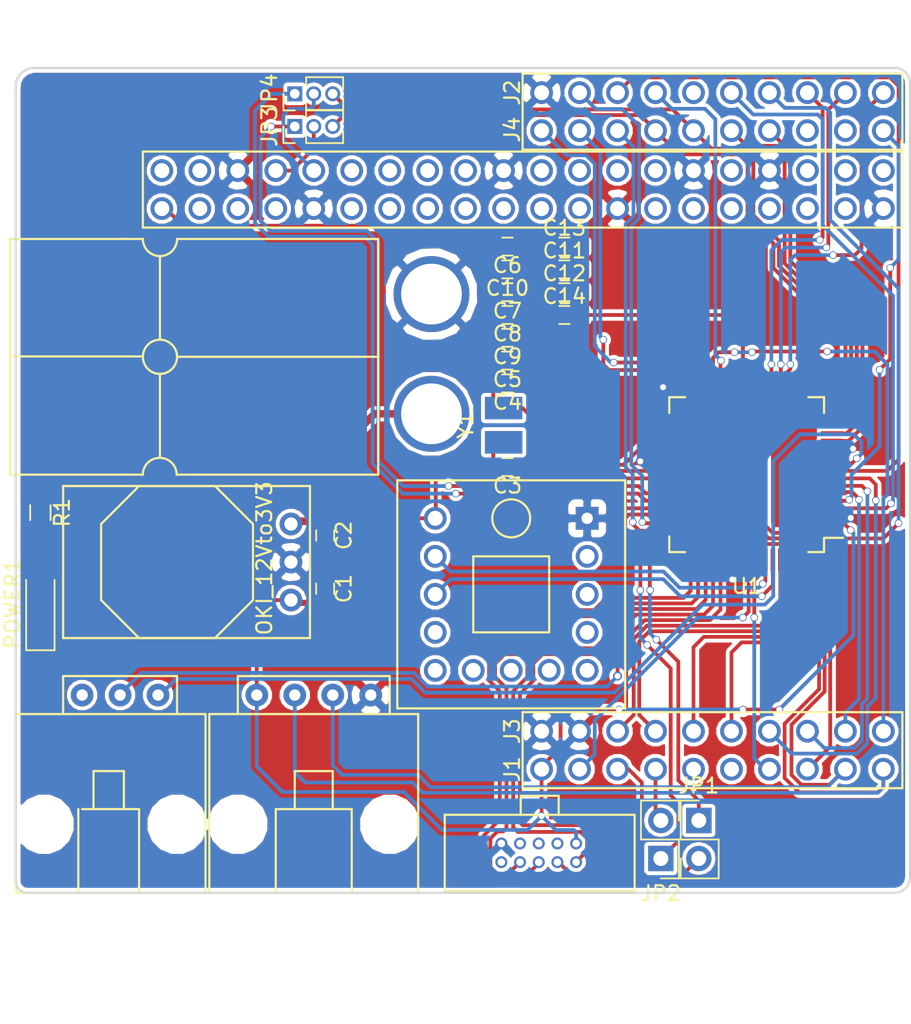
<source format=kicad_pcb>
(kicad_pcb (version 4) (host pcbnew 4.0.7)
  (layers (0 F.Cu signal) (31 B.Cu signal) (34 B.Paste user) (35 F.Paste user) (36 B.SilkS user) (37 F.SilkS user) (38 B.Mask user) (39 F.Mask user) (44 Edge.Cuts user))
  (net 0 "")
  (net 1 GND)
  (net 2 /12V)
  (net 3 "Net-(C3-Pad2)")
  (net 4 "Net-(C4-Pad2)")
  (net 5 +3V3)
  (net 6 "Net-(C11-Pad2)")
  (net 7 "Net-(POWER1-Pad2)")
  (net 8 PI_RX)
  (net 9 TDO)
  (net 10 TDI)
  (net 11 TMS)
  (net 12 TCK)
  (net 13 PI_TX)
  (net 14 PE3)
  (net 15 PE2)
  (net 16 PE1)
  (net 17 PD7)
  (net 18 PA5)
  (net 19 PA6)
  (net 20 PA7)
  (net 21 PF1)
  (net 22 PD6)
  (net 23 PB5)
  (net 24 PB4)
  (net 25 IMU_SCL)
  (net 26 IMU_SDA)
  (net 27 PD0)
  (net 28 PD1)
  (net 29 PD2)
  (net 30 PD3)
  (net 31 PB6)
  (net 32 PB7)
  (net 33 PF4)
  (net 34 PE0)
  (net 35 PC7)
  (net 36 PC6)
  (net 37 PC5)
  (net 38 PC4)
  (net 39 PA2)
  (net 40 PA3)
  (net 41 PA4)
  (net 42 PF0)
  (net 43 PF2)
  (net 44 PF3)
  (net 45 PB0)
  (net 46 PB1)
  (net 47 PB2)
  (net 48 PB3)
  (net 49 TIVA_TX)
  (net 50 TIVA_RX)
  (net 51 PD4)
  (net 52 PD5)
  (module Housings_QFP:TQFP-64_10x10mm_Pitch0.5mm (layer F.Cu) (at 167.894 117.348 180)
    (fp_text reference U1 (at 0 -7.45 180) (layer F.SilkS))
    (fp_text value TM4C123G hide)
    (pad 1 smd rect (at -5.7 -3.75 180) (size 1.5 0.3) (layers F.Cu F.Paste F.Mask) (net 31 PB6))
    (pad 2 smd rect (at -5.7 -3.25 180) (size 1.5 0.3) (layers F.Cu F.Paste F.Mask) (net 5 +3V3))
    (pad 3 smd rect (at -5.7 -2.75 180) (size 1.5 0.3) (layers F.Cu F.Paste F.Mask) (net 1 GND))
    (pad 4 smd rect (at -5.7 -2.25 180) (size 1.5 0.3) (layers F.Cu F.Paste F.Mask) (net 32 PB7))
    (pad 5 smd rect (at -5.7 -1.75 180) (size 1.5 0.3) (layers F.Cu F.Paste F.Mask) (net 33 PF4))
    (pad 6 smd rect (at -5.7 -1.25 180) (size 1.5 0.3) (layers F.Cu F.Paste F.Mask) (net 14 PE3))
    (pad 7 smd rect (at -5.7 -0.75 180) (size 1.5 0.3) (layers F.Cu F.Paste F.Mask) (net 15 PE2))
    (pad 8 smd rect (at -5.7 -0.25 180) (size 1.5 0.3) (layers F.Cu F.Paste F.Mask) (net 16 PE1))
    (pad 9 smd rect (at -5.7 0.25 180) (size 1.5 0.3) (layers F.Cu F.Paste F.Mask) (net 34 PE0))
    (pad 10 smd rect (at -5.7 0.75 180) (size 1.5 0.3) (layers F.Cu F.Paste F.Mask) (net 17 PD7))
    (pad 11 smd rect (at -5.7 1.25 180) (size 1.5 0.3) (layers F.Cu F.Paste F.Mask) (net 5 +3V3))
    (pad 12 smd rect (at -5.7 1.75 180) (size 1.5 0.3) (layers F.Cu F.Paste F.Mask) (net 1 GND))
    (pad 13 smd rect (at -5.7 2.25 180) (size 1.5 0.3) (layers F.Cu F.Paste F.Mask) (net 35 PC7))
    (pad 14 smd rect (at -5.7 2.75 180) (size 1.5 0.3) (layers F.Cu F.Paste F.Mask) (net 36 PC6))
    (pad 15 smd rect (at -5.7 3.25 180) (size 1.5 0.3) (layers F.Cu F.Paste F.Mask) (net 37 PC5))
    (pad 16 smd rect (at -5.7 3.75 180) (size 1.5 0.3) (layers F.Cu F.Paste F.Mask) (net 38 PC4))
    (pad 17 smd rect (at -3.75 5.7 270) (size 1.5 0.3) (layers F.Cu F.Paste F.Mask))
    (pad 18 smd rect (at -3.25 5.7 270) (size 1.5 0.3) (layers F.Cu F.Paste F.Mask))
    (pad 19 smd rect (at -2.75 5.7 270) (size 1.5 0.3) (layers F.Cu F.Paste F.Mask) (net 39 PA2))
    (pad 20 smd rect (at -2.25 5.7 270) (size 1.5 0.3) (layers F.Cu F.Paste F.Mask) (net 40 PA3))
    (pad 21 smd rect (at -1.75 5.7 270) (size 1.5 0.3) (layers F.Cu F.Paste F.Mask) (net 41 PA4))
    (pad 22 smd rect (at -1.25 5.7 270) (size 1.5 0.3) (layers F.Cu F.Paste F.Mask) (net 18 PA5))
    (pad 23 smd rect (at -0.75 5.7 270) (size 1.5 0.3) (layers F.Cu F.Paste F.Mask) (net 19 PA6))
    (pad 24 smd rect (at -0.25 5.7 270) (size 1.5 0.3) (layers F.Cu F.Paste F.Mask) (net 20 PA7))
    (pad 25 smd rect (at 0.25 5.7 270) (size 1.5 0.3) (layers F.Cu F.Paste F.Mask) (net 6 "Net-(C11-Pad2)"))
    (pad 26 smd rect (at 0.75 5.7 270) (size 1.5 0.3) (layers F.Cu F.Paste F.Mask) (net 5 +3V3))
    (pad 27 smd rect (at 1.25 5.7 270) (size 1.5 0.3) (layers F.Cu F.Paste F.Mask) (net 1 GND))
    (pad 28 smd rect (at 1.75 5.7 270) (size 1.5 0.3) (layers F.Cu F.Paste F.Mask) (net 42 PF0))
    (pad 29 smd rect (at 2.25 5.7 270) (size 1.5 0.3) (layers F.Cu F.Paste F.Mask) (net 21 PF1))
    (pad 30 smd rect (at 2.75 5.7 270) (size 1.5 0.3) (layers F.Cu F.Paste F.Mask) (net 43 PF2))
    (pad 31 smd rect (at 3.25 5.7 270) (size 1.5 0.3) (layers F.Cu F.Paste F.Mask) (net 44 PF3))
    (pad 32 smd rect (at 3.75 5.7 270) (size 1.5 0.3) (layers F.Cu F.Paste F.Mask) (net 1 GND))
    (pad 33 smd rect (at 5.7 3.75 180) (size 1.5 0.3) (layers F.Cu F.Paste F.Mask))
    (pad 34 smd rect (at 5.7 3.25 180) (size 1.5 0.3) (layers F.Cu F.Paste F.Mask))
    (pad 35 smd rect (at 5.7 2.75 180) (size 1.5 0.3) (layers F.Cu F.Paste F.Mask))
    (pad 36 smd rect (at 5.7 2.25 180) (size 1.5 0.3) (layers F.Cu F.Paste F.Mask))
    (pad 37 smd rect (at 5.7 1.75 180) (size 1.5 0.3) (layers F.Cu F.Paste F.Mask) (net 5 +3V3))
    (pad 38 smd rect (at 5.7 1.25 180) (size 1.5 0.3) (layers F.Cu F.Paste F.Mask))
    (pad 39 smd rect (at 5.7 0.75 180) (size 1.5 0.3) (layers F.Cu F.Paste F.Mask) (net 1 GND))
    (pad 40 smd rect (at 5.7 0.25 180) (size 1.5 0.3) (layers F.Cu F.Paste F.Mask) (net 4 "Net-(C4-Pad2)"))
    (pad 41 smd rect (at 5.7 -0.25 180) (size 1.5 0.3) (layers F.Cu F.Paste F.Mask) (net 3 "Net-(C3-Pad2)"))
    (pad 42 smd rect (at 5.7 -0.75 180) (size 1.5 0.3) (layers F.Cu F.Paste F.Mask) (net 5 +3V3))
    (pad 43 smd rect (at 5.7 -1.25 180) (size 1.5 0.3) (layers F.Cu F.Paste F.Mask) (net 51 PD4))
    (pad 44 smd rect (at 5.7 -1.75 180) (size 1.5 0.3) (layers F.Cu F.Paste F.Mask) (net 52 PD5))
    (pad 45 smd rect (at 5.7 -2.25 180) (size 1.5 0.3) (layers F.Cu F.Paste F.Mask) (net 45 PB0))
    (pad 46 smd rect (at 5.7 -2.75 180) (size 1.5 0.3) (layers F.Cu F.Paste F.Mask) (net 46 PB1))
    (pad 47 smd rect (at 5.7 -3.25 180) (size 1.5 0.3) (layers F.Cu F.Paste F.Mask) (net 47 PB2))
    (pad 48 smd rect (at 5.7 -3.75 180) (size 1.5 0.3) (layers F.Cu F.Paste F.Mask) (net 48 PB3))
    (pad 49 smd rect (at 3.75 -5.7 270) (size 1.5 0.3) (layers F.Cu F.Paste F.Mask) (net 9 TDO))
    (pad 50 smd rect (at 3.25 -5.7 270) (size 1.5 0.3) (layers F.Cu F.Paste F.Mask) (net 10 TDI))
    (pad 51 smd rect (at 2.75 -5.7 270) (size 1.5 0.3) (layers F.Cu F.Paste F.Mask) (net 11 TMS))
    (pad 52 smd rect (at 2.25 -5.7 270) (size 1.5 0.3) (layers F.Cu F.Paste F.Mask) (net 12 TCK))
    (pad 53 smd rect (at 1.75 -5.7 270) (size 1.5 0.3) (layers F.Cu F.Paste F.Mask) (net 22 PD6))
    (pad 54 smd rect (at 1.25 -5.7 270) (size 1.5 0.3) (layers F.Cu F.Paste F.Mask) (net 5 +3V3))
    (pad 55 smd rect (at 0.75 -5.7 270) (size 1.5 0.3) (layers F.Cu F.Paste F.Mask) (net 1 GND))
    (pad 56 smd rect (at 0.25 -5.7 270) (size 1.5 0.3) (layers F.Cu F.Paste F.Mask) (net 6 "Net-(C11-Pad2)"))
    (pad 57 smd rect (at -0.25 -5.7 270) (size 1.5 0.3) (layers F.Cu F.Paste F.Mask) (net 23 PB5))
    (pad 58 smd rect (at -0.75 -5.7 270) (size 1.5 0.3) (layers F.Cu F.Paste F.Mask) (net 24 PB4))
    (pad 59 smd rect (at -1.25 -5.7 270) (size 1.5 0.3) (layers F.Cu F.Paste F.Mask) (net 25 IMU_SCL))
    (pad 60 smd rect (at -1.75 -5.7 270) (size 1.5 0.3) (layers F.Cu F.Paste F.Mask) (net 26 IMU_SDA))
    (pad 61 smd rect (at -2.25 -5.7 270) (size 1.5 0.3) (layers F.Cu F.Paste F.Mask) (net 27 PD0))
    (pad 62 smd rect (at -2.75 -5.7 270) (size 1.5 0.3) (layers F.Cu F.Paste F.Mask) (net 28 PD1))
    (pad 63 smd rect (at -3.25 -5.7 270) (size 1.5 0.3) (layers F.Cu F.Paste F.Mask) (net 29 PD2))
    (pad 64 smd rect (at -3.75 -5.7 270) (size 1.5 0.3) (layers F.Cu F.Paste F.Mask) (net 30 PD3))
  )
  (module Capacitors_SMD:C_0603_HandSoldering (layer F.Cu) (at 151.892 103.632 180)
    (fp_text reference C10 (at 0 -1.25 180) (layer F.SilkS))
    (fp_text value .01uF)
    (pad 1 smd rect (at -0.95 0 180) (size 1.2 0.75) (layers F.Cu F.Paste F.Mask) (net 1 GND))
    (pad 2 smd rect (at 0.95 0 180) (size 1.2 0.75) (layers F.Cu F.Paste F.Mask) (net 5 +3V3))
  )
  (module Capacitors_SMD:C_0603_HandSoldering (layer F.Cu) (at 139.7 121.412 270)
    (fp_text reference C2 (at 0 -1.25 270) (layer F.SilkS))
    (fp_text value 10uF hide)
    (pad 1 smd rect (at -0.95 0 270) (size 1.2 0.75) (layers F.Cu F.Paste F.Mask) (net 2 /12V))
    (pad 2 smd rect (at 0.95 0 270) (size 1.2 0.75) (layers F.Cu F.Paste F.Mask) (net 1 GND))
  )
  (module Capacitors_SMD:C_0603_HandSoldering (layer F.Cu) (at 151.892 116.84 180)
    (fp_text reference C3 (at 0 -1.25 180) (layer F.SilkS))
    (fp_text value 10pF)
    (pad 1 smd rect (at -0.95 0 180) (size 1.2 0.75) (layers F.Cu F.Paste F.Mask) (net 1 GND))
    (pad 2 smd rect (at 0.95 0 180) (size 1.2 0.75) (layers F.Cu F.Paste F.Mask) (net 3 "Net-(C3-Pad2)"))
  )
  (module Capacitors_SMD:C_0603_HandSoldering (layer F.Cu) (at 151.892 111.252 180)
    (fp_text reference C4 (at 0 -1.25 180) (layer F.SilkS))
    (fp_text value 10pF)
    (pad 1 smd rect (at -0.95 0 180) (size 1.2 0.75) (layers F.Cu F.Paste F.Mask) (net 1 GND))
    (pad 2 smd rect (at 0.95 0 180) (size 1.2 0.75) (layers F.Cu F.Paste F.Mask) (net 4 "Net-(C4-Pad2)"))
  )
  (module Capacitors_SMD:C_0603_HandSoldering (layer F.Cu) (at 151.892 109.728 180)
    (fp_text reference C5 (at 0 -1.25 180) (layer F.SilkS))
    (fp_text value 1uF)
    (pad 1 smd rect (at -0.95 0 180) (size 1.2 0.75) (layers F.Cu F.Paste F.Mask) (net 1 GND))
    (pad 2 smd rect (at 0.95 0 180) (size 1.2 0.75) (layers F.Cu F.Paste F.Mask) (net 5 +3V3))
  )
  (module Capacitors_SMD:C_0603_HandSoldering (layer F.Cu) (at 151.892 102.108 180)
    (fp_text reference C6 (at 0 -1.25 180) (layer F.SilkS))
    (fp_text value .01uF)
    (pad 1 smd rect (at -0.95 0 180) (size 1.2 0.75) (layers F.Cu F.Paste F.Mask) (net 1 GND))
    (pad 2 smd rect (at 0.95 0 180) (size 1.2 0.75) (layers F.Cu F.Paste F.Mask) (net 5 +3V3))
  )
  (module Capacitors_SMD:C_0603_HandSoldering (layer F.Cu) (at 151.892 105.156 180)
    (fp_text reference C7 (at 0 -1.25 180) (layer F.SilkS))
    (fp_text value .1uF)
    (pad 1 smd rect (at -0.95 0 180) (size 1.2 0.75) (layers F.Cu F.Paste F.Mask) (net 1 GND))
    (pad 2 smd rect (at 0.95 0 180) (size 1.2 0.75) (layers F.Cu F.Paste F.Mask) (net 5 +3V3))
  )
  (module Capacitors_SMD:C_0603_HandSoldering (layer F.Cu) (at 151.892 106.68 180)
    (fp_text reference C8 (at 0 -1.25 180) (layer F.SilkS))
    (fp_text value .01uF)
    (pad 1 smd rect (at -0.95 0 180) (size 1.2 0.75) (layers F.Cu F.Paste F.Mask) (net 1 GND))
    (pad 2 smd rect (at 0.95 0 180) (size 1.2 0.75) (layers F.Cu F.Paste F.Mask) (net 5 +3V3))
  )
  (module Capacitors_SMD:C_0603_HandSoldering (layer F.Cu) (at 151.892 108.204 180)
    (fp_text reference C9 (at 0 -1.25 180) (layer F.SilkS))
    (fp_text value .1uF)
    (pad 1 smd rect (at -0.95 0 180) (size 1.2 0.75) (layers F.Cu F.Paste F.Mask) (net 1 GND))
    (pad 2 smd rect (at 0.95 0 180) (size 1.2 0.75) (layers F.Cu F.Paste F.Mask) (net 5 +3V3))
  )
  (module Capacitors_SMD:C_0603_HandSoldering (layer F.Cu) (at 155.702 103.632)
    (fp_text reference C11 (at 0 -1.25) (layer F.SilkS))
    (fp_text value .1uF)
    (pad 1 smd rect (at -0.95 0) (size 1.2 0.75) (layers F.Cu F.Paste F.Mask) (net 1 GND))
    (pad 2 smd rect (at 0.95 0) (size 1.2 0.75) (layers F.Cu F.Paste F.Mask) (net 6 "Net-(C11-Pad2)"))
  )
  (module Capacitors_SMD:C_0603_HandSoldering (layer F.Cu) (at 155.702 105.156)
    (fp_text reference C12 (at 0 -1.25) (layer F.SilkS))
    (fp_text value .1uF)
    (pad 1 smd rect (at -0.95 0) (size 1.2 0.75) (layers F.Cu F.Paste F.Mask) (net 1 GND))
    (pad 2 smd rect (at 0.95 0) (size 1.2 0.75) (layers F.Cu F.Paste F.Mask) (net 6 "Net-(C11-Pad2)"))
  )
  (module Capacitors_SMD:C_0603_HandSoldering (layer F.Cu) (at 155.702 102.108)
    (fp_text reference C13 (at 0 -1.25) (layer F.SilkS))
    (fp_text value 1uF)
    (pad 1 smd rect (at -0.95 0) (size 1.2 0.75) (layers F.Cu F.Paste F.Mask) (net 1 GND))
    (pad 2 smd rect (at 0.95 0) (size 1.2 0.75) (layers F.Cu F.Paste F.Mask) (net 6 "Net-(C11-Pad2)"))
  )
  (module Capacitors_SMD:C_0603_HandSoldering (layer F.Cu) (at 155.702 106.68)
    (fp_text reference C14 (at 0 -1.25) (layer F.SilkS))
    (fp_text value 2.2uF)
    (pad 1 smd rect (at -0.95 0) (size 1.2 0.75) (layers F.Cu F.Paste F.Mask) (net 1 GND))
    (pad 2 smd rect (at 0.95 0) (size 1.2 0.75) (layers F.Cu F.Paste F.Mask) (net 6 "Net-(C11-Pad2)"))
  )
  (module Resistors_SMD:R_0603_HandSoldering (layer F.Cu) (at 120.65 119.888 270)
    (fp_text reference R1 (at 0 -1.45 270) (layer F.SilkS))
    (fp_text value 330)
    (pad 1 smd rect (at -1.1 0 270) (size 1.2 0.9) (layers F.Cu F.Paste F.Mask) (net 5 +3V3))
    (pad 2 smd rect (at 1.1 0 270) (size 1.2 0.9) (layers F.Cu F.Paste F.Mask) (net 7 "Net-(POWER1-Pad2)"))
  )
  (module MRDT_KICAD_PACKAGES:RASPBERRY_PI_HEADERS (layer F.Cu) (at 137.668 100.838 90)
    (fp_text reference U4 hide)
    (fp_text value Raspberry_Pi_Header)
    (pad 1 thru_hole circle (at 1.27 -8.89 90) (size 1.52 1.52) (drill 1) (layers *.Cu *.Mask F.Paste) (net 5 +3V3))
    (pad 2 thru_hole circle (at 3.81 -8.89 90) (size 1.52 1.52) (drill 1) (layers *.Cu *.Mask F.Paste))
    (pad 3 thru_hole circle (at 1.27 -6.35 90) (size 1.52 1.52) (drill 1) (layers *.Cu *.Mask F.Paste))
    (pad 4 thru_hole circle (at 3.81 -6.35 90) (size 1.52 1.52) (drill 1) (layers *.Cu *.Mask F.Paste))
    (pad 5 thru_hole circle (at 1.27 -3.81 90) (size 1.52 1.52) (drill 1) (layers *.Cu *.Mask F.Paste))
    (pad 6 thru_hole circle (at 3.81 -3.81 90) (size 1.52 1.52) (drill 1) (layers *.Cu *.Mask F.Paste) (net 1 GND))
    (pad 7 thru_hole circle (at 1.27 -1.27 90) (size 1.52 1.52) (drill 1) (layers *.Cu *.Mask F.Paste))
    (pad 8 thru_hole circle (at 3.81 -1.27 90) (size 1.52 1.52) (drill 1) (layers *.Cu *.Mask F.Paste) (net 13 PI_TX))
    (pad 9 thru_hole circle (at 1.27 1.27 90) (size 1.52 1.52) (drill 1) (layers *.Cu *.Mask F.Paste) (net 1 GND))
    (pad 10 thru_hole circle (at 3.81 1.27 90) (size 1.52 1.52) (drill 1) (layers *.Cu *.Mask F.Paste) (net 8 PI_RX))
    (pad 11 thru_hole circle (at 1.27 3.81 90) (size 1.52 1.52) (drill 1) (layers *.Cu *.Mask F.Paste))
    (pad 12 thru_hole circle (at 3.81 3.81 90) (size 1.52 1.52) (drill 1) (layers *.Cu *.Mask F.Paste))
    (pad 13 thru_hole circle (at 1.27 6.35 90) (size 1.52 1.52) (drill 1) (layers *.Cu *.Mask F.Paste))
    (pad 14 thru_hole circle (at 3.81 6.35 90) (size 1.52 1.52) (drill 1) (layers *.Cu *.Mask F.Paste))
    (pad 15 thru_hole circle (at 1.27 8.89 90) (size 1.52 1.52) (drill 1) (layers *.Cu *.Mask F.Paste))
    (pad 16 thru_hole circle (at 3.81 8.89 90) (size 1.52 1.52) (drill 1) (layers *.Cu *.Mask F.Paste))
    (pad 17 thru_hole circle (at 1.27 11.43 90) (size 1.52 1.52) (drill 1) (layers *.Cu *.Mask F.Paste))
    (pad 18 thru_hole circle (at 3.81 11.43 90) (size 1.52 1.52) (drill 1) (layers *.Cu *.Mask F.Paste))
    (pad 19 thru_hole circle (at 1.27 13.97 90) (size 1.52 1.52) (drill 1) (layers *.Cu *.Mask F.Paste))
    (pad 20 thru_hole circle (at 3.81 13.97 90) (size 1.52 1.52) (drill 1) (layers *.Cu *.Mask F.Paste) (net 1 GND))
    (pad 21 thru_hole circle (at 1.27 16.51 90) (size 1.52 1.52) (drill 1) (layers *.Cu *.Mask F.Paste))
    (pad 22 thru_hole circle (at 3.81 16.51 90) (size 1.52 1.52) (drill 1) (layers *.Cu *.Mask F.Paste))
    (pad 23 thru_hole circle (at 1.27 19.05 90) (size 1.52 1.52) (drill 1) (layers *.Cu *.Mask F.Paste))
    (pad 24 thru_hole circle (at 3.81 19.05 90) (size 1.52 1.52) (drill 1) (layers *.Cu *.Mask F.Paste))
    (pad 25 thru_hole circle (at 1.27 21.59 90) (size 1.52 1.52) (drill 1) (layers *.Cu *.Mask F.Paste) (net 1 GND))
    (pad 26 thru_hole circle (at 3.81 21.59 90) (size 1.52 1.52) (drill 1) (layers *.Cu *.Mask F.Paste))
    (pad 27 thru_hole circle (at 1.27 24.13 90) (size 1.52 1.52) (drill 1) (layers *.Cu *.Mask F.Paste))
    (pad 28 thru_hole circle (at 3.81 24.13 90) (size 1.52 1.52) (drill 1) (layers *.Cu *.Mask F.Paste))
    (pad 29 thru_hole circle (at 1.27 26.67 90) (size 1.52 1.52) (drill 1) (layers *.Cu *.Mask F.Paste))
    (pad 30 thru_hole circle (at 3.81 26.67 90) (size 1.52 1.52) (drill 1) (layers *.Cu *.Mask F.Paste) (net 1 GND))
    (pad 31 thru_hole circle (at 1.27 29.21 90) (size 1.52 1.52) (drill 1) (layers *.Cu *.Mask F.Paste))
    (pad 32 thru_hole circle (at 3.81 29.21 90) (size 1.52 1.52) (drill 1) (layers *.Cu *.Mask F.Paste))
    (pad 33 thru_hole circle (at 1.27 31.75 90) (size 1.52 1.52) (drill 1) (layers *.Cu *.Mask F.Paste))
    (pad 34 thru_hole circle (at 3.81 31.75 90) (size 1.52 1.52) (drill 1) (layers *.Cu *.Mask F.Paste) (net 1 GND))
    (pad 35 thru_hole circle (at 1.27 34.29 90) (size 1.52 1.52) (drill 1) (layers *.Cu *.Mask F.Paste))
    (pad 36 thru_hole circle (at 3.81 34.29 90) (size 1.52 1.52) (drill 1) (layers *.Cu *.Mask F.Paste))
    (pad 37 thru_hole circle (at 1.27 36.83 90) (size 1.52 1.52) (drill 1) (layers *.Cu *.Mask F.Paste))
    (pad 38 thru_hole circle (at 3.81 36.83 90) (size 1.52 1.52) (drill 1) (layers *.Cu *.Mask F.Paste))
    (pad 39 thru_hole circle (at 1.27 39.37 90) (size 1.52 1.52) (drill 1) (layers *.Cu *.Mask F.Paste) (net 1 GND))
    (pad 40 thru_hole circle (at 3.81 39.37 90) (size 1.52 1.52) (drill 1) (layers *.Cu *.Mask F.Paste))
  )
  (module MRDT_KICAD_PACKAGES:SMT_CRYSTAL (layer F.Cu) (at 151.638 114.046 270)
    (fp_text reference Y1 (at 0 2.54 270) (layer F.SilkS))
    (fp_text value 16MHz)
    (pad 2 thru_hole rect (at 1.143 0 270) (size 1.5 2.5) (drill 0.001) (layers *.Cu *.Mask) (net 3 "Net-(C3-Pad2)"))
    (pad 1 thru_hole rect (at -1.143 0 270) (size 1.5 2.5) (drill 0.001) (layers *.Cu *.Mask) (net 4 "Net-(C4-Pad2)"))
  )
  (module MRDT_KICAD_PACKAGES:APP-2-SbS (layer F.Cu) (at 146.812 113.284)
    (fp_text reference C15 hide)
    (fp_text value APP_2)
    (pad V thru_hole circle (at 0 0.001) (size 5.08 5.08) (drill 4.06) (layers *.Cu *.Mask F.Paste) (net 2 /12V))
    (pad GND thru_hole circle (at 0 -8) (size 5.08 5.08) (drill 4.06) (layers *.Cu *.Mask F.Paste) (net 1 GND))
  )
  (module MRDT_KICAD_PACKAGES:OKI (layer F.Cu) (at 138.684 118.11 270)
    (fp_text reference U2 hide)
    (fp_text value OKI_12Vto3V3 (at 4.826 3.048 270) (layer F.SilkS))
    (pad 1 thru_hole circle (at 2.54 1.27 270) (size 1.524 1.524) (drill 0.889) (layers *.Cu *.Mask) (net 2 /12V))
    (pad 2 thru_hole circle (at 5.08 1.27 270) (size 1.524 1.524) (drill 0.889) (layers *.Cu *.Mask) (net 1 GND))
    (pad 3 thru_hole circle (at 7.62 1.27 270) (size 1.524 1.524) (drill 0.889) (layers *.Cu *.Mask) (net 5 +3V3))
  )
  (module Capacitors_SMD:C_0603_HandSoldering (layer F.Cu) (at 139.7 124.968 270)
    (fp_text reference C1 (at 0 -1.25 270) (layer F.SilkS))
    (fp_text value 10uF)
    (pad 1 smd rect (at -0.95 0 270) (size 1.2 0.75) (layers F.Cu F.Paste F.Mask) (net 1 GND))
    (pad 2 smd rect (at 0.95 0 270) (size 1.2 0.75) (layers F.Cu F.Paste F.Mask) (net 5 +3V3))
  )
  (module MRDT_KICAD_PACKAGES:MOLEX_SL_3 (layer F.Cu) (at 125.984 132.08 180)
    (fp_text reference U8 hide)
    (fp_text value Molex_SL-3)
    (pad 1 thru_hole circle (at -2.54 0 180) (size 1.524 1.524) (drill 0.762) (layers *.Cu *.Mask) (net 17 PD7))
    (pad 2 thru_hole circle (at 0 0 180) (size 1.524 1.524) (drill 0.762) (layers *.Cu *.Mask) (net 22 PD6))
    (pad 3 thru_hole circle (at 2.54 0 180) (size 1.524 1.524) (drill 0.762) (layers *.Cu *.Mask))
    (pad "" np_thru_hole circle (at -3.81 -8.636 180) (size 3.45 3.45) (drill 3.45) (layers *.Cu *.Mask))
    (pad "" np_thru_hole circle (at 5.08 -8.636 180) (size 3.45 3.45) (drill 3.45) (layers *.Cu *.Mask))
  )
  (module MRDT_KICAD_PACKAGES:MOLEX_SL_4 (layer F.Cu) (at 138.938 132.08 180)
    (fp_text reference U7 hide)
    (fp_text value Molex_SL-4)
    (pad 1 thru_hole circle (at -3.81 0 180) (size 1.524 1.524) (drill 0.762) (layers *.Cu *.Mask) (net 1 GND))
    (pad 2 thru_hole circle (at -1.27 0 180) (size 1.524 1.524) (drill 0.762) (layers *.Cu *.Mask) (net 19 PA6))
    (pad 3 thru_hole circle (at 1.27 0 180) (size 1.524 1.524) (drill 0.762) (layers *.Cu *.Mask) (net 20 PA7))
    (pad 4 thru_hole circle (at 3.81 0 180) (size 1.524 1.524) (drill 0.762) (layers *.Cu *.Mask) (net 5 +3V3))
    (pad "" np_thru_hole circle (at -5.08 -8.636 180) (size 3.45 3.45) (drill 3.45) (layers *.Cu *.Mask))
    (pad "" np_thru_hole circle (at 5.08 -8.636 180) (size 3.45 3.45) (drill 3.45) (layers *.Cu *.Mask))
  )
  (module MRDT_KICAD_PACKAGES:IMU-LSM9DS1 (layer F.Cu) (at 144.526 132.969)
    (fp_text reference U3 hide)
    (fp_text value IMU-LSM90S1)
    (pad 5 thru_hole circle (at 2.54 -2.54) (size 1.524 1.524) (drill 1) (layers *.Cu *.Mask))
    (pad 6 thru_hole circle (at 5.08 -2.54) (size 1.524 1.524) (drill 1) (layers *.Cu *.Mask))
    (pad 7 thru_hole circle (at 7.62 -2.54) (size 1.524 1.524) (drill 1) (layers *.Cu *.Mask))
    (pad 8 thru_hole circle (at 10.16 -2.54) (size 1.524 1.524) (drill 1) (layers *.Cu *.Mask))
    (pad 9 thru_hole circle (at 12.7 -2.54) (size 1.524 1.524) (drill 1) (layers *.Cu *.Mask))
    (pad 10 thru_hole circle (at 12.7 -5.08) (size 1.524 1.524) (drill 1) (layers *.Cu *.Mask))
    (pad 11 thru_hole circle (at 12.7 -7.62) (size 1.524 1.524) (drill 1) (layers *.Cu *.Mask))
    (pad 12 thru_hole circle (at 12.7 -10.16) (size 1.524 1.524) (drill 1) (layers *.Cu *.Mask))
    (pad 13 thru_hole rect (at 12.7 -12.7) (size 1.524 1.524) (drill 0.762) (layers *.Cu *.Mask) (net 1 GND))
    (pad 4 thru_hole circle (at 2.54 -5.08) (size 1.524 1.524) (drill 1) (layers *.Cu *.Mask))
    (pad 3 thru_hole circle (at 2.54 -7.62) (size 1.524 1.524) (drill 1) (layers *.Cu *.Mask) (net 26 IMU_SDA))
    (pad 2 thru_hole circle (at 2.54 -10.16) (size 1.524 1.524) (drill 1) (layers *.Cu *.Mask) (net 25 IMU_SCL))
    (pad 1 thru_hole circle (at 2.54 -12.7) (size 1.524 1.524) (drill 1) (layers *.Cu *.Mask) (net 5 +3V3))
  )
  (module MRDT_KICAD_PACKAGES:JTAG_ARM_Connector-10_Pin (layer F.Cu) (at 147.701 140.081 270)
    (fp_text reference U6 hide)
    (fp_text value JAG_ARM_Connector-10pin)
    (pad 1 thru_hole circle (at 1.915 -8.785 270) (size 0.8 0.8) (drill 0.5) (layers *.Cu *.Mask) (net 5 +3V3))
    (pad 2 thru_hole circle (at 3.165 -8.785 270) (size 0.8 0.8) (drill 0.5) (layers *.Cu *.Mask) (net 11 TMS))
    (pad 3 thru_hole circle (at 1.915 -7.535 270) (size 0.8 0.8) (drill 0.5) (layers *.Cu *.Mask))
    (pad 4 thru_hole circle (at 3.165 -7.535 270) (size 0.8 0.8) (drill 0.5) (layers *.Cu *.Mask) (net 12 TCK))
    (pad 5 thru_hole circle (at 1.915 -6.285 270) (size 0.8 0.8) (drill 0.5) (layers *.Cu *.Mask))
    (pad 6 thru_hole circle (at 3.165 -6.285 270) (size 0.8 0.8) (drill 0.5) (layers *.Cu *.Mask) (net 9 TDO))
    (pad 7 thru_hole circle (at 1.915 -5.035 270) (size 0.8 0.8) (drill 0.5) (layers *.Cu *.Mask))
    (pad 8 thru_hole circle (at 3.165 -5.035 270) (size 0.8 0.8) (drill 0.5) (layers *.Cu *.Mask) (net 10 TDI))
    (pad 9 thru_hole circle (at 1.915 -3.785 270) (size 0.8 0.8) (drill 0.5) (layers *.Cu *.Mask) (net 1 GND))
    (pad 10 thru_hole circle (at 3.165 -3.785 270) (size 0.8 0.8) (drill 0.5) (layers *.Cu *.Mask))
  )
  (module LEDs:LED_1206_HandSoldering (layer F.Cu) (at 120.65 125.984 90)
    (fp_text reference POWER1 (at 0 -1.85 90) (layer F.SilkS))
    (fp_text value Green)
    (pad 1 smd rect (at -2 0 90) (size 2 1.7) (layers F.Cu F.Paste F.Mask) (net 1 GND))
    (pad 2 smd rect (at 2 0 90) (size 2 1.7) (layers F.Cu F.Paste F.Mask) (net 7 "Net-(POWER1-Pad2)"))
  )
  (module MRDT_KICAD_PACKAGES:TM4C123G_Booster (layer F.Cu) (at 152.908 138.303)
    (fp_text reference U5 hide)
    (fp_text value TIVA_C_TM4C123_Launchpad_Shield)
    (fp_text user J2 (at -0.6985 -46.482 90) (layer F.SilkS))
    (fp_text user J4 (at -0.6985 -44.0055 90) (layer F.SilkS))
    (fp_text user J3 (at -0.6985 -3.81 90) (layer F.SilkS))
    (fp_text user J1 (at -0.6985 -1.27 90) (layer F.SilkS))
    (pad PF4 thru_hole circle (at 24.13 -43.942) (size 1.52 1.52) (drill 1) (layers *.Cu *.Mask F.Paste) (net 33 PF4))
    (pad PD7 thru_hole circle (at 21.59 -43.942) (size 1.52 1.52) (drill 1) (layers *.Cu *.Mask F.Paste))
    (pad PD6 thru_hole circle (at 19.05 -43.942) (size 1.52 1.52) (drill 1) (layers *.Cu *.Mask F.Paste))
    (pad PC7 thru_hole circle (at 16.51 -43.942) (size 1.52 1.52) (drill 1) (layers *.Cu *.Mask F.Paste) (net 35 PC7))
    (pad PC6 thru_hole circle (at 13.97 -43.942) (size 1.52 1.52) (drill 1) (layers *.Cu *.Mask F.Paste) (net 36 PC6))
    (pad PC5 thru_hole circle (at 11.43 -43.942) (size 1.52 1.52) (drill 1) (layers *.Cu *.Mask F.Paste) (net 37 PC5))
    (pad PC4 thru_hole circle (at 8.89 -43.942) (size 1.52 1.52) (drill 1) (layers *.Cu *.Mask F.Paste) (net 38 PC4))
    (pad PB3 thru_hole circle (at 6.35 -43.942) (size 1.52 1.52) (drill 1) (layers *.Cu *.Mask F.Paste) (net 48 PB3))
    (pad PF3 thru_hole circle (at 3.81 -43.942) (size 1.52 1.52) (drill 1) (layers *.Cu *.Mask F.Paste) (net 44 PF3))
    (pad PF2 thru_hole circle (at 1.27 -43.942) (size 1.52 1.52) (drill 1) (layers *.Cu *.Mask F.Paste) (net 43 PF2))
    (pad PA2 thru_hole circle (at 24.13 -46.482) (size 1.52 1.52) (drill 1) (layers *.Cu *.Mask F.Paste) (net 39 PA2))
    (pad PA3 thru_hole circle (at 21.59 -46.482) (size 1.52 1.52) (drill 1) (layers *.Cu *.Mask F.Paste) (net 40 PA3))
    (pad PA4 thru_hole circle (at 19.05 -46.482) (size 1.52 1.52) (drill 1) (layers *.Cu *.Mask F.Paste) (net 41 PA4))
    (pad PB6 thru_hole circle (at 16.51 -46.482) (size 1.52 1.52) (drill 1) (layers *.Cu *.Mask F.Paste) (net 31 PB6))
    (pad PB7 thru_hole circle (at 13.97 -46.482) (size 1.52 1.52) (drill 1) (layers *.Cu *.Mask F.Paste) (net 32 PB7))
    (pad RST thru_hole circle (at 11.43 -46.482) (size 1.52 1.52) (drill 1) (layers *.Cu *.Mask F.Paste))
    (pad PF0 thru_hole circle (at 8.89 -46.482) (size 1.52 1.52) (drill 1) (layers *.Cu *.Mask F.Paste) (net 42 PF0))
    (pad PE0 thru_hole circle (at 6.35 -46.482) (size 1.52 1.52) (drill 1) (layers *.Cu *.Mask F.Paste) (net 34 PE0))
    (pad PB2 thru_hole circle (at 3.81 -46.482) (size 1.52 1.52) (drill 1) (layers *.Cu *.Mask F.Paste) (net 47 PB2))
    (pad GND thru_hole circle (at 1.27 -46.482) (size 1.52 1.52) (drill 1) (layers *.Cu *.Mask F.Paste) (net 1 GND))
    (pad PF1 thru_hole circle (at 24.13 -3.81) (size 1.52 1.52) (drill 1) (layers *.Cu *.Mask F.Paste) (net 21 PF1))
    (pad PE3 thru_hole circle (at 21.59 -3.81) (size 1.52 1.52) (drill 1) (layers *.Cu *.Mask F.Paste) (net 14 PE3))
    (pad PE2 thru_hole circle (at 19.05 -3.81) (size 1.52 1.52) (drill 1) (layers *.Cu *.Mask F.Paste) (net 15 PE2))
    (pad PE1 thru_hole circle (at 16.51 -3.81) (size 1.52 1.52) (drill 1) (layers *.Cu *.Mask F.Paste) (net 16 PE1))
    (pad PD3 thru_hole circle (at 13.97 -3.81) (size 1.52 1.52) (drill 1) (layers *.Cu *.Mask F.Paste) (net 30 PD3))
    (pad PD2 thru_hole circle (at 11.43 -3.81) (size 1.52 1.52) (drill 1) (layers *.Cu *.Mask F.Paste) (net 29 PD2))
    (pad PD1 thru_hole circle (at 8.89 -3.81) (size 1.52 1.52) (drill 1) (layers *.Cu *.Mask F.Paste) (net 28 PD1))
    (pad PD0 thru_hole circle (at 6.35 -3.81) (size 1.52 1.52) (drill 1) (layers *.Cu *.Mask F.Paste) (net 27 PD0))
    (pad GND thru_hole circle (at 3.81 -3.81) (size 1.52 1.52) (drill 1) (layers *.Cu *.Mask F.Paste) (net 1 GND))
    (pad +5V thru_hole circle (at 1.27 -3.81) (size 1.52 1.52) (drill 1) (layers *.Cu *.Mask F.Paste) (net 1 GND))
    (pad PA7 thru_hole circle (at 24.13 -1.27) (size 1.52 1.52) (drill 1) (layers *.Cu *.Mask F.Paste) (net 20 PA7))
    (pad PA6 thru_hole circle (at 21.59 -1.27) (size 1.52 1.52) (drill 1) (layers *.Cu *.Mask F.Paste) (net 19 PA6))
    (pad PA5 thru_hole circle (at 19.05 -1.27) (size 1.52 1.52) (drill 1) (layers *.Cu *.Mask F.Paste) (net 18 PA5))
    (pad PB4 thru_hole circle (at 16.51 -1.27) (size 1.52 1.52) (drill 1) (layers *.Cu *.Mask F.Paste) (net 24 PB4))
    (pad PE5 thru_hole circle (at 13.97 -1.27) (size 1.52 1.52) (drill 1) (layers *.Cu *.Mask F.Paste))
    (pad PE4 thru_hole circle (at 11.43 -1.27) (size 1.52 1.52) (drill 1) (layers *.Cu *.Mask F.Paste))
    (pad PB1 thru_hole circle (at 8.89 -1.27) (size 1.52 1.52) (drill 1) (layers *.Cu *.Mask F.Paste) (net 49 TIVA_TX))
    (pad PB0 thru_hole circle (at 6.35 -1.27) (size 1.52 1.52) (drill 1) (layers *.Cu *.Mask F.Paste) (net 50 TIVA_RX))
    (pad PB5 thru_hole circle (at 3.81 -1.27) (size 1.52 1.52) (drill 1) (layers *.Cu *.Mask F.Paste) (net 23 PB5))
    (pad +3V3 thru_hole circle (at 1.27 -1.27) (size 1.52 1.52) (drill 1) (layers *.Cu *.Mask F.Paste) (net 5 +3V3))
  )
  (module Pin_Headers:Pin_Header_Straight_1x02_Pitch2.54mm (layer F.Cu) (at 164.6936 140.462)
    (fp_text reference JP1 (at 0 -2.33) (layer F.SilkS))
    (fp_text value Jumper)
    (pad 1 thru_hole rect (at 0 0) (size 1.7 1.7) (drill 1) (layers *.Cu *.Mask) (net 46 PB1))
    (pad 2 thru_hole oval (at 0 2.54) (size 1.7 1.7) (drill 1) (layers *.Cu *.Mask) (net 50 TIVA_RX))
  )
  (module Pin_Headers:Pin_Header_Straight_1x02_Pitch2.54mm (layer F.Cu) (at 162.1536 143.002 180)
    (fp_text reference JP2 (at 0 -2.33 180) (layer F.SilkS))
    (fp_text value Jumper)
    (pad 1 thru_hole rect (at 0 0 180) (size 1.7 1.7) (drill 1) (layers *.Cu *.Mask) (net 45 PB0))
    (pad 2 thru_hole oval (at 0 2.54 180) (size 1.7 1.7) (drill 1) (layers *.Cu *.Mask) (net 49 TIVA_TX))
  )
  (module Pin_Headers:Pin_Header_Straight_1x03_Pitch1.27mm (layer F.Cu) (at 137.668 94.0816 90)
    (fp_text reference JP3 (at 0 -1.695 90) (layer F.SilkS))
    (fp_text value Jumper_NC_Dual)
    (pad 1 thru_hole rect (at 0 0 90) (size 1 1) (drill 0.65) (layers *.Cu *.Mask) (net 51 PD4))
    (pad 2 thru_hole oval (at 0 1.27 90) (size 1 1) (drill 0.65) (layers *.Cu *.Mask) (net 13 PI_TX))
    (pad 3 thru_hole oval (at 0 2.54 90) (size 1 1) (drill 0.65) (layers *.Cu *.Mask) (net 38 PC4))
  )
  (module Pin_Headers:Pin_Header_Straight_1x03_Pitch1.27mm (layer F.Cu) (at 137.668 91.8972 90)
    (fp_text reference JP4 (at 0 -1.695 90) (layer F.SilkS))
    (fp_text value Jumper_NC_Dual)
    (pad 1 thru_hole rect (at 0 0 90) (size 1 1) (drill 0.65) (layers *.Cu *.Mask) (net 52 PD5))
    (pad 2 thru_hole oval (at 0 1.27 90) (size 1 1) (drill 0.65) (layers *.Cu *.Mask) (net 8 PI_RX))
    (pad 3 thru_hole oval (at 0 2.54 90) (size 1 1) (drill 0.65) (layers *.Cu *.Mask) (net 37 PC5))
  )
  (gr_arc (start 119.761 144.526) (end 119.761 145.288) (angle 90) (layer Edge.Cuts) (width 0.15))
  (gr_arc (start 177.8 144.272) (end 178.816 144.272) (angle 90) (layer Edge.Cuts) (width 0.15))
  (gr_arc (start 177.8 91.186) (end 177.927 90.17) (angle 90) (layer Edge.Cuts) (width 0.15))
  (gr_arc (start 120.269 91.44) (end 118.999 91.567) (angle 90) (layer Edge.Cuts) (width 0.15))
  (gr_line (start 118.999 144.526) (end 118.999 91.44) (angle 90) (layer Edge.Cuts) (width 0.15))
  (gr_line (start 177.8 145.288) (end 119.761 145.288) (angle 90) (layer Edge.Cuts) (width 0.15))
  (gr_line (start 178.816 91.313) (end 178.816 144.272) (angle 90) (layer Edge.Cuts) (width 0.15))
  (gr_line (start 120.142 90.17) (end 177.927 90.17) (angle 90) (layer Edge.Cuts) (width 0.15))
  (segment (start 173.594 115.598) (end 174.9832 115.598) (width 0.254) (layer F.Cu) (net 1))
  (via (at 175.006 115.6208) (size 0.5) (drill 0.4) (layers F.Cu B.Cu) (net 1))
  (segment (start 174.9832 115.598) (end 175.006 115.6208) (width 0.254) (layer F.Cu) (net 1))
  (segment (start 173.594 120.098) (end 174.708 120.098) (width 0.254) (layer F.Cu) (net 1))
  (via (at 174.8536 120.2436) (size 0.5) (drill 0.4) (layers F.Cu B.Cu) (net 1))
  (segment (start 174.708 120.098) (end 174.8536 120.2436) (width 0.254) (layer F.Cu) (net 1))
  (segment (start 167.144 123.048) (end 167.144 124.1432) (width 0.254) (layer F.Cu) (net 1))
  (via (at 166.9288 124.3584) (size 0.5) (drill 0.4) (layers F.Cu B.Cu) (net 1))
  (segment (start 167.144 124.1432) (end 166.9288 124.3584) (width 0.254) (layer F.Cu) (net 1))
  (segment (start 164.144 111.648) (end 162.448 111.648) (width 0.25) (layer F.Cu) (net 1))
  (via (at 162.306 111.506) (size 0.6) (drill 0.4) (layers F.Cu B.Cu) (net 1))
  (segment (start 162.448 111.648) (end 162.306 111.506) (width 0.25) (layer F.Cu) (net 1))
  (segment (start 162.194 116.598) (end 160.921 116.598) (width 0.25) (layer F.Cu) (net 1))
  (via (at 160.782 116.459) (size 0.6) (drill 0.4) (layers F.Cu B.Cu) (net 1))
  (segment (start 160.921 116.598) (end 160.782 116.459) (width 0.25) (layer F.Cu) (net 1))
  (segment (start 139.7 120.462) (end 139.7 116.586) (width 0.508) (layer F.Cu) (net 2))
  (segment (start 143.001 113.285) (end 146.812 113.285) (width 0.508) (layer F.Cu) (net 2))
  (segment (start 139.7 116.586) (end 143.001 113.285) (width 0.508) (layer F.Cu) (net 2))
  (segment (start 139.7 120.462) (end 137.602 120.462) (width 0.508) (layer F.Cu) (net 2))
  (segment (start 137.602 120.462) (end 137.414 120.65) (width 0.508) (layer F.Cu) (net 2))
  (segment (start 137.602 120.462) (end 137.414 120.65) (width 0.4064) (layer F.Cu) (net 2))
  (segment (start 162.194 117.598) (end 151.7 117.598) (width 0.254) (layer F.Cu) (net 3))
  (segment (start 151.7 117.598) (end 150.942 116.84) (width 0.254) (layer F.Cu) (net 3))
  (segment (start 150.942 116.84) (end 150.942 115.885) (width 0.254) (layer F.Cu) (net 3))
  (segment (start 150.942 115.885) (end 151.638 115.189) (width 0.254) (layer F.Cu) (net 3))
  (segment (start 162.194 117.098) (end 154.944 117.098) (width 0.254) (layer F.Cu) (net 4))
  (segment (start 152.908 112.903) (end 151.638 112.903) (width 0.254) (layer F.Cu) (net 4))
  (segment (start 153.416 113.411) (end 152.908 112.903) (width 0.254) (layer F.Cu) (net 4))
  (segment (start 153.416 115.57) (end 153.416 113.411) (width 0.254) (layer F.Cu) (net 4))
  (segment (start 154.944 117.098) (end 153.416 115.57) (width 0.254) (layer F.Cu) (net 4))
  (segment (start 150.942 111.252) (end 150.942 112.207) (width 0.254) (layer F.Cu) (net 4))
  (segment (start 150.942 112.207) (end 151.638 112.903) (width 0.254) (layer F.Cu) (net 4))
  (segment (start 173.594 120.598) (end 174.3952 120.598) (width 0.254) (layer F.Cu) (net 5))
  (segment (start 175.038478 121.241278) (end 175.038478 123.444) (width 0.254) (layer B.Cu) (net 5))
  (segment (start 174.8536 121.0564) (end 175.038478 121.241278) (width 0.254) (layer B.Cu) (net 5))
  (via (at 174.8536 121.0564) (size 0.5) (drill 0.4) (layers F.Cu B.Cu) (net 5))
  (segment (start 174.3952 120.598) (end 174.8536 121.0564) (width 0.254) (layer F.Cu) (net 5))
  (segment (start 154.178 137.033) (end 154.178 136.8552) (width 0.254) (layer F.Cu) (net 5))
  (segment (start 154.178 136.8552) (end 155.448 135.5852) (width 0.254) (layer F.Cu) (net 5))
  (segment (start 155.448 135.5852) (end 155.448 133.604) (width 0.254) (layer F.Cu) (net 5))
  (segment (start 155.448 133.604) (end 156.0068 133.0452) (width 0.254) (layer F.Cu) (net 5))
  (segment (start 156.0068 133.0452) (end 159.3596 133.0452) (width 0.254) (layer F.Cu) (net 5))
  (via (at 159.3596 133.0452) (size 0.5) (drill 0.4) (layers F.Cu B.Cu) (net 5))
  (segment (start 159.3596 133.0452) (end 167.64 133.0452) (width 0.254) (layer B.Cu) (net 5))
  (via (at 167.64 133.0452) (size 0.5) (drill 0.4) (layers F.Cu B.Cu) (net 5))
  (segment (start 167.64 133.0452) (end 170.0784 133.0452) (width 0.254) (layer F.Cu) (net 5))
  (via (at 170.0784 133.0452) (size 0.5) (drill 0.4) (layers F.Cu B.Cu) (net 5))
  (segment (start 170.0784 133.0452) (end 175.038478 128.085122) (width 0.254) (layer B.Cu) (net 5))
  (segment (start 175.038478 128.085122) (end 175.038478 123.444) (width 0.254) (layer B.Cu) (net 5))
  (segment (start 175.038478 123.444) (end 175.038478 123.3932) (width 0.254) (layer B.Cu) (net 5))
  (segment (start 147.50415 141.09065) (end 153.24455 141.09065) (width 0.25) (layer B.Cu) (net 5))
  (segment (start 153.24455 141.09065) (end 154.178 140.1572) (width 0.25) (layer B.Cu) (net 5))
  (segment (start 156.337 141.097) (end 155.1178 141.097) (width 0.25) (layer B.Cu) (net 5))
  (segment (start 155.1178 141.097) (end 154.178 140.1572) (width 0.25) (layer B.Cu) (net 5))
  (segment (start 156.486 141.996) (end 156.486 141.246) (width 0.254) (layer B.Cu) (net 5))
  (segment (start 156.486 141.246) (end 156.337 141.097) (width 0.254) (layer B.Cu) (net 5))
  (via (at 154.178 140.1572) (size 0.5) (drill 0.4) (layers F.Cu B.Cu) (net 5))
  (segment (start 154.178 140.1572) (end 154.178 137.033) (width 0.25) (layer F.Cu) (net 5))
  (segment (start 163.322 115.824) (end 163.068 115.57) (width 0.25) (layer F.Cu) (net 5))
  (segment (start 163.322 117.856) (end 163.322 115.824) (width 0.254) (layer F.Cu) (net 5))
  (segment (start 163.068 115.57) (end 162.222 115.57) (width 0.25) (layer F.Cu) (net 5))
  (segment (start 162.222 115.57) (end 162.194 115.598) (width 0.25) (layer F.Cu) (net 5))
  (segment (start 120.65 118.788) (end 126.916 118.788) (width 0.25) (layer F.Cu) (net 5))
  (segment (start 126.916 118.788) (end 127.762 119.634) (width 0.254) (layer F.Cu) (net 5))
  (segment (start 134.1755 126.0475) (end 135.128 127) (width 0.254) (layer F.Cu) (net 5))
  (segment (start 131.0005 122.8725) (end 127.762 119.634) (width 0.254) (layer F.Cu) (net 5))
  (segment (start 134.1755 126.0475) (end 131.0005 122.8725) (width 0.254) (layer F.Cu) (net 5))
  (segment (start 130.048 100.584) (end 130.175 100.711) (width 0.25) (layer F.Cu) (net 5))
  (segment (start 129.032 99.568) (end 130.048 100.584) (width 0.254) (layer F.Cu) (net 5))
  (segment (start 150.241 100.711) (end 150.622 101.092) (width 0.25) (layer F.Cu) (net 5))
  (segment (start 130.175 100.711) (end 150.241 100.711) (width 0.25) (layer F.Cu) (net 5))
  (segment (start 153.67 110.49) (end 153.8605 110.6805) (width 0.254) (layer F.Cu) (net 5))
  (segment (start 151.638 110.49) (end 153.67 110.49) (width 0.254) (layer F.Cu) (net 5))
  (segment (start 150.942 109.794) (end 151.638 110.49) (width 0.254) (layer F.Cu) (net 5))
  (segment (start 160.754 115.598) (end 162.194 115.598) (width 0.254) (layer F.Cu) (net 5))
  (segment (start 159.658002 116.693998) (end 160.754 115.598) (width 0.254) (layer F.Cu) (net 5))
  (segment (start 155.111344 116.693998) (end 159.658002 116.693998) (width 0.254) (layer F.Cu) (net 5))
  (segment (start 153.8605 115.443154) (end 155.111344 116.693998) (width 0.254) (layer F.Cu) (net 5))
  (segment (start 153.8605 110.6805) (end 153.8605 115.443154) (width 0.254) (layer F.Cu) (net 5))
  (segment (start 167.144 111.648) (end 167.144 120.7015) (width 0.254) (layer F.Cu) (net 5))
  (segment (start 167.144 120.7015) (end 166.624 121.2215) (width 0.254) (layer F.Cu) (net 5))
  (segment (start 163.322 117.856) (end 165.1635 119.6975) (width 0.254) (layer F.Cu) (net 5))
  (segment (start 166.624 121.158) (end 166.624 121.2215) (width 0.254) (layer F.Cu) (net 5))
  (segment (start 166.624 121.2215) (end 166.624 123.028) (width 0.254) (layer F.Cu) (net 5))
  (segment (start 166.243 120.777) (end 166.624 121.158) (width 0.254) (layer F.Cu) (net 5))
  (segment (start 165.1635 119.6975) (end 166.243 120.777) (width 0.254) (layer F.Cu) (net 5))
  (segment (start 166.624 123.028) (end 166.644 123.048) (width 0.254) (layer F.Cu) (net 5))
  (segment (start 173.594 116.098) (end 172.5095 116.098) (width 0.254) (layer F.Cu) (net 5))
  (segment (start 172.541 120.598) (end 173.594 120.598) (width 0.254) (layer F.Cu) (net 5))
  (segment (start 172.1485 120.2055) (end 172.541 120.598) (width 0.254) (layer F.Cu) (net 5))
  (segment (start 172.1485 116.459) (end 172.1485 120.2055) (width 0.254) (layer F.Cu) (net 5))
  (segment (start 172.5095 116.098) (end 172.1485 116.459) (width 0.254) (layer F.Cu) (net 5))
  (segment (start 135.128 136.8425) (end 135.128 132.08) (width 0.254) (layer B.Cu) (net 5))
  (segment (start 136.8425 138.557) (end 135.128 136.8425) (width 0.254) (layer B.Cu) (net 5))
  (segment (start 144.9705 138.557) (end 136.8425 138.557) (width 0.254) (layer B.Cu) (net 5))
  (segment (start 147.5105 141.097) (end 147.50415 141.09065) (width 0.254) (layer B.Cu) (net 5))
  (segment (start 147.50415 141.09065) (end 144.9705 138.557) (width 0.254) (layer B.Cu) (net 5))
  (segment (start 135.128 132.08) (end 135.128 127) (width 0.254) (layer F.Cu) (net 5))
  (segment (start 136.398 125.73) (end 137.414 125.73) (width 0.254) (layer F.Cu) (net 5))
  (segment (start 135.128 127) (end 136.398 125.73) (width 0.254) (layer F.Cu) (net 5))
  (segment (start 139.7 125.918) (end 139.766 125.918) (width 0.254) (layer F.Cu) (net 5))
  (segment (start 139.766 125.918) (end 141.097 124.587) (width 0.254) (layer F.Cu) (net 5))
  (segment (start 141.732 120.269) (end 147.066 120.269) (width 0.254) (layer F.Cu) (net 5))
  (segment (start 141.097 120.904) (end 141.732 120.269) (width 0.254) (layer F.Cu) (net 5))
  (segment (start 141.097 124.587) (end 141.097 120.904) (width 0.254) (layer F.Cu) (net 5))
  (segment (start 147.09775 117.31625) (end 147.09775 120.23725) (width 0.254) (layer F.Cu) (net 5))
  (segment (start 147.09775 120.23725) (end 147.066 120.269) (width 0.254) (layer F.Cu) (net 5))
  (segment (start 149.86 110.744) (end 149.86 114.554) (width 0.254) (layer F.Cu) (net 5))
  (segment (start 149.86 114.554) (end 147.09775 117.31625) (width 0.254) (layer F.Cu) (net 5))
  (segment (start 149.86 110.744) (end 150.876 109.728) (width 0.254) (layer F.Cu) (net 5))
  (segment (start 139.7 125.918) (end 137.602 125.918) (width 0.4064) (layer F.Cu) (net 5))
  (segment (start 137.602 125.918) (end 137.414 125.73) (width 0.4064) (layer F.Cu) (net 5))
  (segment (start 139.688 125.73) (end 139.7 125.718) (width 0.4064) (layer F.Cu) (net 5))
  (segment (start 139.688 125.73) (end 139.7 125.742) (width 0.25) (layer F.Cu) (net 5))
  (segment (start 150.942 109.728) (end 150.876 109.728) (width 0.254) (layer F.Cu) (net 5))
  (segment (start 150.942 109.728) (end 150.942 109.794) (width 0.254) (layer F.Cu) (net 5))
  (segment (start 150.942 108.204) (end 150.942 109.728) (width 0.254) (layer F.Cu) (net 5))
  (segment (start 162.194 115.598) (end 162.842 115.598) (width 0.254) (layer F.Cu) (net 5))
  (segment (start 163.322 117.856) (end 163.08 118.098) (width 0.254) (layer F.Cu) (net 5))
  (segment (start 163.08 118.098) (end 162.194 118.098) (width 0.254) (layer F.Cu) (net 5))
  (segment (start 128.778 99.568) (end 129.032 99.568) (width 0.254) (layer F.Cu) (net 5))
  (segment (start 150.622 101.092) (end 150.942 101.412) (width 0.254) (layer F.Cu) (net 5))
  (segment (start 150.942 101.412) (end 150.942 102.108) (width 0.254) (layer F.Cu) (net 5))
  (segment (start 150.942 106.68) (end 150.942 105.156) (width 0.254) (layer F.Cu) (net 5))
  (segment (start 150.942 105.156) (end 150.942 103.632) (width 0.254) (layer F.Cu) (net 5))
  (segment (start 150.942 103.632) (end 150.942 102.108) (width 0.254) (layer F.Cu) (net 5))
  (segment (start 150.942 108.204) (end 150.942 106.68) (width 0.254) (layer F.Cu) (net 5))
  (segment (start 150.942 108.204) (end 151.13 108.204) (width 0.254) (layer F.Cu) (net 5))
  (segment (start 150.942 109.728) (end 151.13 109.728) (width 0.254) (layer F.Cu) (net 5))
  (segment (start 156.652 106.68) (end 166.878 106.68) (width 0.254) (layer F.Cu) (net 6))
  (segment (start 167.644 109.732) (end 167.644 111.648) (width 0.254) (layer F.Cu) (net 6))
  (segment (start 167.644 107.446) (end 167.644 109.732) (width 0.254) (layer F.Cu) (net 6))
  (segment (start 166.878 106.68) (end 167.644 107.446) (width 0.254) (layer F.Cu) (net 6))
  (segment (start 156.652 105.918) (end 156.718 105.918) (width 0.254) (layer F.Cu) (net 6))
  (segment (start 156.718 105.918) (end 156.652 105.918) (width 0.254) (layer F.Cu) (net 6))
  (segment (start 167.644 111.648) (end 167.644 123.048) (width 0.25) (layer F.Cu) (net 6))
  (segment (start 156.652 102.108) (end 156.652 103.632) (width 0.254) (layer F.Cu) (net 6))
  (segment (start 156.652 103.632) (end 156.652 105.156) (width 0.254) (layer F.Cu) (net 6))
  (segment (start 156.652 105.156) (end 156.652 105.918) (width 0.254) (layer F.Cu) (net 6))
  (segment (start 156.652 105.918) (end 156.652 106.68) (width 0.254) (layer F.Cu) (net 6))
  (segment (start 120.65 120.988) (end 120.65 123.984) (width 0.25) (layer F.Cu) (net 7))
  (segment (start 138.938 97.028) (end 136.906 94.996) (width 0.254) (layer B.Cu) (net 8))
  (segment (start 138.938 92.6592) (end 138.938 91.8972) (width 0.254) (layer B.Cu) (net 8))
  (segment (start 138.684 92.9132) (end 138.938 92.6592) (width 0.254) (layer B.Cu) (net 8))
  (segment (start 137.3124 92.9132) (end 138.684 92.9132) (width 0.254) (layer B.Cu) (net 8))
  (segment (start 136.906 93.3196) (end 137.3124 92.9132) (width 0.254) (layer B.Cu) (net 8))
  (segment (start 136.906 94.1832) (end 136.906 93.3196) (width 0.254) (layer B.Cu) (net 8))
  (segment (start 136.906 94.996) (end 136.906 94.1832) (width 0.254) (layer B.Cu) (net 8))
  (segment (start 164.144 123.892) (end 164.144 125.1112) (width 0.25) (layer F.Cu) (net 9))
  (segment (start 157.689502 126.409498) (end 158.3055 125.7935) (width 0.25) (layer F.Cu) (net 9))
  (segment (start 150.666498 129.921) (end 150.666498 129.818814) (width 0.25) (layer F.Cu) (net 9))
  (segment (start 151.378498 131.820498) (end 150.666498 131.108498) (width 0.25) (layer F.Cu) (net 9))
  (segment (start 150.666498 131.108498) (end 150.666498 129.921) (width 0.25) (layer F.Cu) (net 9))
  (segment (start 151.378498 132.339502) (end 151.378498 139.388002) (width 0.25) (layer F.Cu) (net 9))
  (segment (start 151.378498 139.832502) (end 151.378498 139.388002) (width 0.25) (layer F.Cu) (net 9))
  (segment (start 151.378498 140.3985) (end 151.378498 139.832502) (width 0.25) (layer F.Cu) (net 9))
  (segment (start 150.9395 140.837498) (end 151.378498 140.3985) (width 0.25) (layer F.Cu) (net 9))
  (segment (start 150.9395 140.837498) (end 150.9395 140.842301) (width 0.25) (layer F.Cu) (net 9))
  (segment (start 151.378498 132.339502) (end 151.378498 131.820498) (width 0.25) (layer F.Cu) (net 9))
  (segment (start 152.948468 128.945468) (end 155.484438 126.409498) (width 0.25) (layer F.Cu) (net 9))
  (segment (start 151.539844 128.945468) (end 152.948468 128.945468) (width 0.25) (layer F.Cu) (net 9))
  (segment (start 150.666498 129.818814) (end 151.539844 128.945468) (width 0.25) (layer F.Cu) (net 9))
  (segment (start 157.689502 126.409498) (end 155.484438 126.409498) (width 0.254) (layer F.Cu) (net 9))
  (segment (start 158.51411 125.58489) (end 158.3055 125.7935) (width 0.25) (layer F.Cu) (net 9))
  (segment (start 163.67031 125.58489) (end 158.51411 125.58489) (width 0.25) (layer F.Cu) (net 9))
  (segment (start 164.144 125.1112) (end 163.67031 125.58489) (width 0.25) (layer F.Cu) (net 9))
  (segment (start 164.144 123.048) (end 164.144 123.892) (width 0.25) (layer F.Cu) (net 9))
  (segment (start 164.144 123.892) (end 164.144 123.897812) (width 0.25) (layer F.Cu) (net 9))
  (segment (start 150.940199 140.842301) (end 150.9395 140.842301) (width 0.25) (layer F.Cu) (net 9))
  (segment (start 150.9395 140.842301) (end 150.938801 140.842301) (width 0.25) (layer F.Cu) (net 9))
  (segment (start 153.986 143.246) (end 153.986 143.321) (width 0.25) (layer F.Cu) (net 9))
  (segment (start 153.986 143.321) (end 152.838998 144.468002) (width 0.25) (layer F.Cu) (net 9))
  (segment (start 150.298998 141.482104) (end 150.938801 140.842301) (width 0.25) (layer F.Cu) (net 9))
  (segment (start 150.938801 140.842301) (end 150.9395 140.841602) (width 0.25) (layer F.Cu) (net 9))
  (segment (start 150.298998 143.759896) (end 150.298998 141.482104) (width 0.25) (layer F.Cu) (net 9))
  (segment (start 151.007104 144.468002) (end 150.298998 143.759896) (width 0.25) (layer F.Cu) (net 9))
  (segment (start 152.838998 144.468002) (end 151.007104 144.468002) (width 0.25) (layer F.Cu) (net 9))
  (segment (start 153.986 143.246) (end 153.807 143.246) (width 0.25) (layer F.Cu) (net 9))
  (segment (start 157.855188 126.8095) (end 157.8737 126.8095) (width 0.25) (layer F.Cu) (net 10))
  (segment (start 164.644 123.048) (end 164.644 123.9635) (width 0.25) (layer F.Cu) (net 10))
  (segment (start 164.644 123.9635) (end 164.644 124.027) (width 0.25) (layer F.Cu) (net 10))
  (segment (start 151.0665 130.8735) (end 151.0665 129.9845) (width 0.25) (layer F.Cu) (net 10))
  (segment (start 151.8285 131.6355) (end 151.0665 130.8735) (width 0.25) (layer F.Cu) (net 10))
  (segment (start 151.8285 132.339502) (end 151.8285 139.3825) (width 0.25) (layer F.Cu) (net 10))
  (segment (start 151.8285 139.7635) (end 151.8285 139.3825) (width 0.25) (layer F.Cu) (net 10))
  (segment (start 151.22525 141.19225) (end 151.60625 141.19225) (width 0.25) (layer F.Cu) (net 10))
  (segment (start 151.9555 144.018) (end 152.7275 143.246) (width 0.25) (layer F.Cu) (net 10))
  (segment (start 151.9555 144.018) (end 151.1935 144.018) (width 0.25) (layer F.Cu) (net 10))
  (segment (start 151.1935 144.018) (end 150.749 143.5735) (width 0.25) (layer F.Cu) (net 10))
  (segment (start 150.749 141.6685) (end 151.22525 141.19225) (width 0.25) (layer F.Cu) (net 10))
  (segment (start 150.749 141.6685) (end 150.749 143.5735) (width 0.25) (layer F.Cu) (net 10))
  (segment (start 151.60625 141.19225) (end 151.8285 140.97) (width 0.25) (layer F.Cu) (net 10))
  (segment (start 151.8285 140.97) (end 151.8285 140.208) (width 0.25) (layer F.Cu) (net 10))
  (segment (start 151.8285 140.208) (end 151.8285 139.7635) (width 0.25) (layer F.Cu) (net 10))
  (segment (start 151.8285 132.339502) (end 151.8285 131.699) (width 0.25) (layer F.Cu) (net 10))
  (segment (start 151.8285 131.699) (end 151.8285 131.6355) (width 0.25) (layer F.Cu) (net 10))
  (segment (start 155.650124 126.8095) (end 157.734 126.8095) (width 0.25) (layer F.Cu) (net 10))
  (segment (start 153.110124 129.3495) (end 155.650124 126.8095) (width 0.25) (layer F.Cu) (net 10))
  (segment (start 151.7015 129.3495) (end 153.110124 129.3495) (width 0.25) (layer F.Cu) (net 10))
  (segment (start 151.0665 129.9845) (end 151.7015 129.3495) (width 0.25) (layer F.Cu) (net 10))
  (segment (start 157.734 126.8095) (end 157.855188 126.8095) (width 0.25) (layer F.Cu) (net 10))
  (segment (start 164.644 125.5256) (end 164.644 124.027) (width 0.25) (layer F.Cu) (net 10))
  (segment (start 164.212788 125.956812) (end 164.644 125.5256) (width 0.25) (layer F.Cu) (net 10))
  (segment (start 158.726388 125.956812) (end 164.212788 125.956812) (width 0.25) (layer F.Cu) (net 10))
  (segment (start 157.8737 126.8095) (end 158.726388 125.956812) (width 0.25) (layer F.Cu) (net 10))
  (segment (start 152.736 143.246) (end 152.7275 143.246) (width 0.25) (layer F.Cu) (net 10))
  (segment (start 157.6832 128.949498) (end 157.735024 128.949498) (width 0.25) (layer F.Cu) (net 11))
  (segment (start 165.1508 125.719134) (end 164.5412 126.328734) (width 0.25) (layer F.Cu) (net 11))
  (segment (start 164.5412 126.328734) (end 160.509844 126.328734) (width 0.25) (layer F.Cu) (net 11))
  (segment (start 165.1508 125.719134) (end 165.1508 124.7648) (width 0.25) (layer F.Cu) (net 11))
  (segment (start 160.355788 126.328734) (end 160.509844 126.328734) (width 0.25) (layer F.Cu) (net 11))
  (segment (start 157.735024 128.949498) (end 160.355788 126.328734) (width 0.25) (layer F.Cu) (net 11))
  (segment (start 165.1508 124.7648) (end 165.1508 124.099488) (width 0.25) (layer F.Cu) (net 11))
  (segment (start 165.1508 124.099488) (end 165.144 124.092688) (width 0.25) (layer F.Cu) (net 11))
  (segment (start 165.144 124.092688) (end 165.144 123.048) (width 0.25) (layer F.Cu) (net 11))
  (segment (start 165.1508 124.7648) (end 165.1508 124.714) (width 0.25) (layer F.Cu) (net 11))
  (segment (start 157.6705 128.949498) (end 157.6832 128.949498) (width 0.25) (layer F.Cu) (net 11))
  (segment (start 157.6832 128.949498) (end 157.689502 128.949498) (width 0.25) (layer F.Cu) (net 11))
  (segment (start 153.2255 129.799812) (end 154.075814 128.949498) (width 0.25) (layer F.Cu) (net 11))
  (segment (start 154.075814 128.949498) (end 157.6705 128.949498) (width 0.25) (layer F.Cu) (net 11))
  (segment (start 152.278502 132.339502) (end 152.278502 131.820498) (width 0.25) (layer F.Cu) (net 11))
  (segment (start 152.278502 139.440498) (end 152.278502 139.007002) (width 0.25) (layer F.Cu) (net 11))
  (segment (start 152.3365 140.97) (end 152.3365 140.964498) (width 0.25) (layer F.Cu) (net 11))
  (segment (start 152.5905 141.224) (end 152.3365 140.97) (width 0.25) (layer F.Cu) (net 11))
  (segment (start 156.7815 141.224) (end 152.5905 141.224) (width 0.25) (layer F.Cu) (net 11))
  (segment (start 157.226 142.494) (end 157.226 141.6685) (width 0.25) (layer F.Cu) (net 11))
  (segment (start 157.226 141.6685) (end 156.7815 141.224) (width 0.25) (layer F.Cu) (net 11))
  (segment (start 156.486 143.234) (end 157.226 142.494) (width 0.25) (layer F.Cu) (net 11))
  (segment (start 152.278502 140.9065) (end 152.278502 140.716) (width 0.25) (layer F.Cu) (net 11))
  (segment (start 152.3365 140.964498) (end 152.278502 140.9065) (width 0.25) (layer F.Cu) (net 11))
  (segment (start 152.278502 140.716) (end 152.278502 139.440498) (width 0.25) (layer F.Cu) (net 11))
  (segment (start 152.278502 132.339502) (end 152.278502 139.007002) (width 0.25) (layer F.Cu) (net 11))
  (segment (start 153.2255 130.8735) (end 153.2255 129.921) (width 0.25) (layer F.Cu) (net 11))
  (segment (start 152.278502 131.820498) (end 153.2255 130.8735) (width 0.25) (layer F.Cu) (net 11))
  (segment (start 153.2255 129.921) (end 153.2255 129.799812) (width 0.25) (layer F.Cu) (net 11))
  (segment (start 156.486 143.246) (end 156.486 143.234) (width 0.25) (layer F.Cu) (net 11))
  (segment (start 158.877 128.3335) (end 157.861 129.3495) (width 0.25) (layer F.Cu) (net 12))
  (segment (start 165.644 124.1552) (end 165.644 126.105856) (width 0.25) (layer F.Cu) (net 12))
  (segment (start 157.861 129.3495) (end 157.6705 129.3495) (width 0.25) (layer F.Cu) (net 12))
  (segment (start 153.625502 131.108498) (end 153.625502 129.965498) (width 0.25) (layer F.Cu) (net 12))
  (segment (start 156.083 144.018) (end 155.311 143.246) (width 0.25) (layer F.Cu) (net 12))
  (segment (start 156.083 144.018) (end 156.7815 144.018) (width 0.25) (layer F.Cu) (net 12))
  (segment (start 156.7815 144.018) (end 157.676002 143.123498) (width 0.25) (layer F.Cu) (net 12))
  (segment (start 152.728504 132.339502) (end 152.728504 132.005496) (width 0.25) (layer F.Cu) (net 12))
  (segment (start 153.035 140.773998) (end 152.913502 140.773998) (width 0.25) (layer F.Cu) (net 12))
  (segment (start 157.676002 141.482104) (end 156.967896 140.773998) (width 0.25) (layer F.Cu) (net 12))
  (segment (start 157.676002 143.123498) (end 157.676002 141.482104) (width 0.25) (layer F.Cu) (net 12))
  (segment (start 156.967896 140.773998) (end 153.035 140.773998) (width 0.25) (layer F.Cu) (net 12))
  (segment (start 152.728504 140.589) (end 152.728504 139.007002) (width 0.25) (layer F.Cu) (net 12))
  (segment (start 152.913502 140.773998) (end 152.728504 140.589) (width 0.25) (layer F.Cu) (net 12))
  (segment (start 152.728504 132.339502) (end 152.728504 139.007002) (width 0.25) (layer F.Cu) (net 12))
  (segment (start 152.728504 132.005496) (end 153.625502 131.108498) (width 0.25) (layer F.Cu) (net 12))
  (segment (start 154.2415 129.3495) (end 157.6705 129.3495) (width 0.25) (layer F.Cu) (net 12))
  (segment (start 153.625502 129.965498) (end 154.2415 129.3495) (width 0.25) (layer F.Cu) (net 12))
  (segment (start 160.509844 126.700656) (end 158.877 128.3335) (width 0.25) (layer F.Cu) (net 12))
  (segment (start 165.0492 126.700656) (end 160.509844 126.700656) (width 0.25) (layer F.Cu) (net 12))
  (segment (start 165.644 126.105856) (end 165.0492 126.700656) (width 0.25) (layer F.Cu) (net 12))
  (segment (start 165.644 124.158376) (end 165.644 124.1552) (width 0.25) (layer F.Cu) (net 12))
  (segment (start 165.644 124.1552) (end 165.644 123.048) (width 0.25) (layer F.Cu) (net 12))
  (segment (start 155.236 143.246) (end 155.311 143.246) (width 0.25) (layer F.Cu) (net 12))
  (segment (start 136.398 97.028) (end 137.4648 97.028) (width 0.254) (layer F.Cu) (net 13))
  (segment (start 138.938 95.5548) (end 138.938 94.0816) (width 0.254) (layer F.Cu) (net 13))
  (segment (start 137.4648 97.028) (end 138.938 95.5548) (width 0.254) (layer F.Cu) (net 13))
  (segment (start 175.4124 119.9388) (end 175.4124 132.348844) (width 0.25) (layer B.Cu) (net 14))
  (segment (start 174.5488 118.5164) (end 174.9552 118.5164) (width 0.25) (layer F.Cu) (net 14))
  (segment (start 174.4672 118.598) (end 174.5488 118.5164) (width 0.25) (layer F.Cu) (net 14))
  (segment (start 173.594 118.598) (end 174.4672 118.598) (width 0.25) (layer F.Cu) (net 14))
  (via (at 175.4124 119.0244) (size 0.5) (drill 0.4) (layers F.Cu B.Cu) (net 14))
  (segment (start 175.4124 118.9736) (end 175.4124 119.0244) (width 0.25) (layer F.Cu) (net 14))
  (segment (start 174.9552 118.5164) (end 175.4124 118.9736) (width 0.25) (layer F.Cu) (net 14))
  (segment (start 175.4124 119.9388) (end 175.4124 119.0244) (width 0.25) (layer B.Cu) (net 14))
  (segment (start 174.498 133.263244) (end 174.498 134.493) (width 0.25) (layer B.Cu) (net 14))
  (segment (start 175.4124 132.348844) (end 174.498 133.263244) (width 0.25) (layer B.Cu) (net 14))
  (segment (start 175.9712 119.9388) (end 175.9712 132.316022) (width 0.25) (layer B.Cu) (net 15))
  (segment (start 175.6036 118.098) (end 175.9712 118.4656) (width 0.25) (layer F.Cu) (net 15))
  (via (at 175.9712 118.4656) (size 0.5) (drill 0.4) (layers F.Cu B.Cu) (net 15))
  (segment (start 175.9712 118.4656) (end 175.9712 119.9388) (width 0.25) (layer B.Cu) (net 15))
  (segment (start 173.594 118.098) (end 175.1972 118.098) (width 0.25) (layer F.Cu) (net 15))
  (segment (start 175.1972 118.098) (end 175.6036 118.098) (width 0.25) (layer F.Cu) (net 15))
  (segment (start 173.084678 135.619678) (end 171.958 134.493) (width 0.25) (layer B.Cu) (net 15))
  (segment (start 175.105944 135.619678) (end 173.084678 135.619678) (width 0.25) (layer B.Cu) (net 15))
  (segment (start 175.599278 135.126344) (end 175.105944 135.619678) (width 0.25) (layer B.Cu) (net 15))
  (segment (start 175.599278 132.687944) (end 175.599278 135.126344) (width 0.25) (layer B.Cu) (net 15))
  (segment (start 175.9712 132.316022) (end 175.599278 132.687944) (width 0.25) (layer B.Cu) (net 15))
  (segment (start 169.418 134.493) (end 169.418 134.5184) (width 0.25) (layer B.Cu) (net 16))
  (segment (start 169.418 134.5184) (end 170.8912 135.9916) (width 0.25) (layer B.Cu) (net 16))
  (segment (start 170.8912 135.9916) (end 175.26 135.9916) (width 0.25) (layer B.Cu) (net 16))
  (segment (start 175.26 135.9916) (end 175.9712 135.2804) (width 0.25) (layer B.Cu) (net 16))
  (segment (start 175.9712 135.2804) (end 175.9712 132.842) (width 0.25) (layer B.Cu) (net 16))
  (segment (start 175.9712 132.842) (end 176.53 132.2832) (width 0.25) (layer B.Cu) (net 16))
  (segment (start 176.53 132.2832) (end 176.53 119.888) (width 0.25) (layer B.Cu) (net 16))
  (segment (start 176.53 119.888) (end 176.53 119.0752) (width 0.25) (layer B.Cu) (net 16))
  (segment (start 176.1196 117.598) (end 176.53 118.0084) (width 0.25) (layer F.Cu) (net 16))
  (segment (start 176.53 118.0084) (end 176.53 119.0752) (width 0.25) (layer F.Cu) (net 16))
  (via (at 176.53 119.0752) (size 0.5) (drill 0.4) (layers F.Cu B.Cu) (net 16))
  (segment (start 176.1196 117.598) (end 173.594 117.598) (width 0.25) (layer F.Cu) (net 16))
  (segment (start 175.26 116.2685) (end 175.2727 116.2685) (width 0.254) (layer B.Cu) (net 17))
  (segment (start 170.8531 115.2525) (end 169.672 116.4336) (width 0.25) (layer B.Cu) (net 17))
  (segment (start 169.672 116.4336) (end 169.672 125.476) (width 0.25) (layer B.Cu) (net 17))
  (segment (start 169.672 125.476) (end 169.1132 126.0348) (width 0.25) (layer B.Cu) (net 17))
  (segment (start 167.4368 126.0348) (end 169.1132 126.0348) (width 0.25) (layer B.Cu) (net 17))
  (segment (start 174.9305 116.598) (end 173.594 116.598) (width 0.25) (layer F.Cu) (net 17))
  (via (at 175.26 116.2685) (size 0.5) (drill 0.4) (layers F.Cu B.Cu) (net 17))
  (segment (start 174.9305 116.598) (end 175.26 116.2685) (width 0.25) (layer F.Cu) (net 17))
  (segment (start 171.45 114.6556) (end 170.8531 115.2525) (width 0.254) (layer B.Cu) (net 17))
  (segment (start 175.0568 114.6556) (end 171.45 114.6556) (width 0.254) (layer B.Cu) (net 17))
  (segment (start 175.5648 115.1636) (end 175.0568 114.6556) (width 0.254) (layer B.Cu) (net 17))
  (segment (start 175.5648 115.9764) (end 175.5648 115.1636) (width 0.254) (layer B.Cu) (net 17))
  (segment (start 175.2727 116.2685) (end 175.5648 115.9764) (width 0.254) (layer B.Cu) (net 17))
  (segment (start 159.044498 131.912502) (end 159.069898 131.912502) (width 0.25) (layer B.Cu) (net 17))
  (segment (start 158.836502 131.912502) (end 159.044498 131.912502) (width 0.254) (layer B.Cu) (net 17))
  (segment (start 145.4785 131.0005) (end 146.390502 131.912502) (width 0.254) (layer B.Cu) (net 17))
  (segment (start 146.390502 131.912502) (end 158.836502 131.912502) (width 0.254) (layer B.Cu) (net 17))
  (segment (start 128.651 132.08) (end 129.7305 131.0005) (width 0.254) (layer B.Cu) (net 17))
  (segment (start 129.7305 131.0005) (end 144.9705 131.0005) (width 0.254) (layer B.Cu) (net 17))
  (segment (start 144.9705 131.0005) (end 145.4785 131.0005) (width 0.254) (layer B.Cu) (net 17))
  (segment (start 159.9057 131.0767) (end 164.9476 126.0348) (width 0.25) (layer B.Cu) (net 17))
  (segment (start 164.9476 126.0348) (end 167.4368 126.0348) (width 0.25) (layer B.Cu) (net 17))
  (segment (start 159.069898 131.912502) (end 159.9057 131.0767) (width 0.25) (layer B.Cu) (net 17))
  (segment (start 167.4368 126.0348) (end 167.2336 126.0348) (width 0.25) (layer B.Cu) (net 17))
  (segment (start 128.524 132.08) (end 128.651 132.08) (width 0.254) (layer B.Cu) (net 17))
  (segment (start 171.958 137.033) (end 171.9834 137.033) (width 0.25) (layer F.Cu) (net 18))
  (segment (start 171.9834 137.033) (end 173.482 135.5344) (width 0.25) (layer F.Cu) (net 18))
  (segment (start 173.482 135.5344) (end 173.482 122.455544) (width 0.25) (layer F.Cu) (net 18))
  (segment (start 173.482 122.455544) (end 172.837922 121.811466) (width 0.25) (layer F.Cu) (net 18))
  (segment (start 171.8945 121.239656) (end 172.266112 121.239656) (width 0.25) (layer F.Cu) (net 18))
  (segment (start 169.144 120.757) (end 169.626656 121.239656) (width 0.25) (layer F.Cu) (net 18))
  (segment (start 169.626656 121.239656) (end 171.8945 121.239656) (width 0.25) (layer F.Cu) (net 18))
  (segment (start 169.144 111.648) (end 169.144 120.757) (width 0.25) (layer F.Cu) (net 18))
  (segment (start 172.266112 121.239656) (end 172.837922 121.811466) (width 0.25) (layer F.Cu) (net 18))
  (segment (start 174.498 137.033) (end 174.4726 137.033) (width 0.25) (layer F.Cu) (net 19))
  (segment (start 174.4726 137.033) (end 173.4312 138.0744) (width 0.25) (layer F.Cu) (net 19))
  (segment (start 173.110078 122.6096) (end 172.341639 121.841161) (width 0.25) (layer F.Cu) (net 19))
  (segment (start 173.110078 131.842322) (end 173.110078 122.6096) (width 0.25) (layer F.Cu) (net 19))
  (segment (start 170.8912 134.0612) (end 173.110078 131.842322) (width 0.25) (layer F.Cu) (net 19))
  (segment (start 170.8912 137.414) (end 170.8912 134.0612) (width 0.25) (layer F.Cu) (net 19))
  (segment (start 171.5516 138.0744) (end 170.8912 137.414) (width 0.25) (layer F.Cu) (net 19))
  (segment (start 173.4312 138.0744) (end 171.5516 138.0744) (width 0.25) (layer F.Cu) (net 19))
  (segment (start 173.2915 138.2395) (end 146.7485 138.2395) (width 0.25) (layer B.Cu) (net 19))
  (segment (start 171.8945 121.611578) (end 172.112056 121.611578) (width 0.25) (layer F.Cu) (net 19))
  (segment (start 168.644 120.892) (end 169.363578 121.611578) (width 0.25) (layer F.Cu) (net 19))
  (segment (start 169.363578 121.611578) (end 171.8945 121.611578) (width 0.25) (layer F.Cu) (net 19))
  (segment (start 168.644 111.648) (end 168.644 120.892) (width 0.25) (layer F.Cu) (net 19))
  (segment (start 172.112056 121.611578) (end 172.341639 121.841161) (width 0.25) (layer F.Cu) (net 19))
  (segment (start 172.341639 121.841161) (end 172.466 121.965522) (width 0.25) (layer F.Cu) (net 19))
  (segment (start 174.498 137.033) (end 173.2915 138.2395) (width 0.25) (layer B.Cu) (net 19))
  (segment (start 140.208 136.779) (end 140.208 132.08) (width 0.25) (layer B.Cu) (net 19))
  (segment (start 140.843 137.414) (end 140.208 136.779) (width 0.25) (layer B.Cu) (net 19))
  (segment (start 145.923 137.414) (end 140.843 137.414) (width 0.25) (layer B.Cu) (net 19))
  (segment (start 146.7485 138.2395) (end 145.923 137.414) (width 0.25) (layer B.Cu) (net 19))
  (segment (start 177.038 137.033) (end 177.038 138.2268) (width 0.25) (layer F.Cu) (net 20))
  (segment (start 168.144 120.9635) (end 168.144 111.648) (width 0.25) (layer F.Cu) (net 20))
  (segment (start 169.164 121.9835) (end 171.958 121.9835) (width 0.25) (layer F.Cu) (net 20))
  (segment (start 168.144 120.9635) (end 169.164 121.9835) (width 0.25) (layer F.Cu) (net 20))
  (segment (start 171.958 121.9835) (end 172.085 122.1105) (width 0.25) (layer F.Cu) (net 20))
  (segment (start 172.738156 122.763656) (end 172.085 122.1105) (width 0.25) (layer F.Cu) (net 20))
  (segment (start 172.738156 131.688266) (end 172.738156 122.763656) (width 0.25) (layer F.Cu) (net 20))
  (segment (start 170.434 133.992422) (end 172.738156 131.688266) (width 0.25) (layer F.Cu) (net 20))
  (segment (start 170.434 137.6172) (end 170.434 133.992422) (width 0.25) (layer F.Cu) (net 20))
  (segment (start 171.3992 138.5824) (end 170.434 137.6172) (width 0.25) (layer F.Cu) (net 20))
  (segment (start 176.6824 138.5824) (end 171.3992 138.5824) (width 0.25) (layer F.Cu) (net 20))
  (segment (start 177.038 138.2268) (end 176.6824 138.5824) (width 0.25) (layer F.Cu) (net 20))
  (segment (start 137.668 132.08) (end 137.668 137.2235) (width 0.25) (layer B.Cu) (net 20))
  (segment (start 177.038 138.2395) (end 177.038 137.033) (width 0.25) (layer B.Cu) (net 20))
  (segment (start 176.666078 138.611422) (end 177.038 138.2395) (width 0.25) (layer B.Cu) (net 20))
  (segment (start 146.231422 138.611422) (end 176.666078 138.611422) (width 0.25) (layer B.Cu) (net 20))
  (segment (start 145.542 137.922) (end 146.231422 138.611422) (width 0.25) (layer B.Cu) (net 20))
  (segment (start 138.3665 137.922) (end 145.542 137.922) (width 0.25) (layer B.Cu) (net 20))
  (segment (start 137.668 137.2235) (end 138.3665 137.922) (width 0.25) (layer B.Cu) (net 20))
  (segment (start 177.038 134.493) (end 177.038 118.940956) (width 0.25) (layer B.Cu) (net 21))
  (segment (start 177.310156 118.6688) (end 177.310156 118.650644) (width 0.25) (layer B.Cu) (net 21))
  (segment (start 177.038 118.940956) (end 177.310156 118.6688) (width 0.25) (layer B.Cu) (net 21))
  (segment (start 177.038 109.709844) (end 177.310156 109.982) (width 0.25) (layer B.Cu) (net 21))
  (segment (start 176.446556 109.1184) (end 177.038 109.709844) (width 0.25) (layer B.Cu) (net 21))
  (segment (start 175.3616 109.1184) (end 176.090956 109.1184) (width 0.25) (layer B.Cu) (net 21))
  (segment (start 170.9928 109.1184) (end 173.2788 109.1184) (width 0.25) (layer F.Cu) (net 21))
  (segment (start 165.644 109.5396) (end 166.0144 109.1692) (width 0.25) (layer F.Cu) (net 21))
  (segment (start 166.0144 109.1692) (end 167.0812 109.1692) (width 0.25) (layer F.Cu) (net 21))
  (via (at 167.0812 109.1692) (size 0.5) (drill 0.4) (layers F.Cu B.Cu) (net 21))
  (segment (start 167.0812 109.1692) (end 168.2496 109.1692) (width 0.25) (layer B.Cu) (net 21))
  (via (at 168.2496 109.1692) (size 0.5) (drill 0.4) (layers F.Cu B.Cu) (net 21))
  (segment (start 168.2496 109.1692) (end 168.3004 109.1184) (width 0.25) (layer F.Cu) (net 21))
  (segment (start 168.3004 109.1184) (end 170.9928 109.1184) (width 0.25) (layer F.Cu) (net 21))
  (segment (start 165.644 111.648) (end 165.644 109.5396) (width 0.25) (layer F.Cu) (net 21))
  (segment (start 174.0916 109.1184) (end 175.3616 109.1184) (width 0.25) (layer B.Cu) (net 21))
  (segment (start 173.2788 109.1184) (end 174.0916 109.1184) (width 0.25) (layer B.Cu) (net 21))
  (via (at 173.2788 109.1184) (size 0.5) (drill 0.4) (layers F.Cu B.Cu) (net 21))
  (segment (start 176.090956 109.1184) (end 176.446556 109.1184) (width 0.25) (layer B.Cu) (net 21))
  (segment (start 177.310156 118.650644) (end 177.310156 118.650644) (width 0.25) (layer B.Cu) (net 21))
  (segment (start 177.310156 118.650644) (end 177.1396 118.8212) (width 0.25) (layer B.Cu) (net 21))
  (segment (start 177.310156 109.982) (end 177.310156 118.650644) (width 0.25) (layer B.Cu) (net 21))
  (segment (start 166.144 124.226892) (end 166.144 126.3624) (width 0.25) (layer F.Cu) (net 22))
  (segment (start 166.144 123.048) (end 166.144 124.226892) (width 0.254) (layer F.Cu) (net 22))
  (segment (start 159.258 128.887022) (end 159.258 130.81) (width 0.25) (layer F.Cu) (net 22))
  (segment (start 161.072444 127.072578) (end 159.258 128.887022) (width 0.25) (layer F.Cu) (net 22))
  (segment (start 165.433822 127.072578) (end 161.072444 127.072578) (width 0.25) (layer F.Cu) (net 22))
  (segment (start 166.144 126.3624) (end 165.433822 127.072578) (width 0.25) (layer F.Cu) (net 22))
  (segment (start 158.5595 131.5085) (end 158.496 131.5085) (width 0.254) (layer B.Cu) (net 22))
  (segment (start 159.258 130.81) (end 158.5595 131.5085) (width 0.254) (layer B.Cu) (net 22))
  (via (at 159.258 130.81) (size 0.6) (drill 0.4) (layers F.Cu B.Cu) (net 22))
  (segment (start 159.279002 130.788998) (end 159.258 130.81) (width 0.254) (layer F.Cu) (net 22))
  (segment (start 144.78 130.596498) (end 145.645998 130.596498) (width 0.254) (layer B.Cu) (net 22))
  (segment (start 146.558 131.5085) (end 158.496 131.5085) (width 0.254) (layer B.Cu) (net 22))
  (segment (start 145.645998 130.596498) (end 146.558 131.5085) (width 0.254) (layer B.Cu) (net 22))
  (segment (start 127.404002 130.596498) (end 144.78 130.596498) (width 0.254) (layer B.Cu) (net 22))
  (segment (start 144.78 130.596498) (end 144.803002 130.596498) (width 0.254) (layer B.Cu) (net 22))
  (segment (start 125.984 132.0165) (end 127.404002 130.596498) (width 0.254) (layer B.Cu) (net 22))
  (segment (start 125.984 132.08) (end 125.984 132.0165) (width 0.254) (layer B.Cu) (net 22))
  (segment (start 168.144 123.048) (end 168.144 124.0576) (width 0.25) (layer F.Cu) (net 23))
  (segment (start 164.609978 126.8984) (end 164.457578 127.0508) (width 0.25) (layer B.Cu) (net 23))
  (segment (start 167.64 126.8984) (end 167.0812 126.8984) (width 0.25) (layer B.Cu) (net 23))
  (via (at 167.64 126.8984) (size 0.5) (drill 0.4) (layers F.Cu B.Cu) (net 23))
  (segment (start 157.734 136.0424) (end 156.7434 137.033) (width 0.25) (layer B.Cu) (net 23))
  (segment (start 157.734 136.0424) (end 157.734 133.774378) (width 0.25) (layer B.Cu) (net 23))
  (segment (start 157.734 133.774378) (end 164.457578 127.0508) (width 0.25) (layer B.Cu) (net 23))
  (segment (start 167.0812 126.8984) (end 164.609978 126.8984) (width 0.25) (layer B.Cu) (net 23))
  (segment (start 168.030078 126.508322) (end 167.64 126.8984) (width 0.25) (layer F.Cu) (net 23))
  (segment (start 168.030078 124.171522) (end 168.030078 126.508322) (width 0.25) (layer F.Cu) (net 23))
  (segment (start 168.144 124.0576) (end 168.030078 124.171522) (width 0.25) (layer F.Cu) (net 23))
  (segment (start 156.718 137.033) (end 156.7434 137.033) (width 0.25) (layer B.Cu) (net 23))
  (segment (start 168.402 126.5428) (end 168.402 126.8984) (width 0.25) (layer F.Cu) (net 24))
  (segment (start 168.644 124.1672) (end 168.402 124.4092) (width 0.25) (layer F.Cu) (net 24))
  (segment (start 168.402 124.4092) (end 168.402 126.5428) (width 0.25) (layer F.Cu) (net 24))
  (segment (start 168.644 123.048) (end 168.644 124.1672) (width 0.25) (layer F.Cu) (net 24))
  (segment (start 168.402 136.2964) (end 169.1386 137.033) (width 0.25) (layer B.Cu) (net 24))
  (segment (start 168.402 134.9248) (end 168.402 136.2964) (width 0.25) (layer B.Cu) (net 24))
  (segment (start 168.402 126.8984) (end 168.402 134.9248) (width 0.25) (layer B.Cu) (net 24))
  (via (at 168.402 126.8984) (size 0.5) (drill 0.4) (layers F.Cu B.Cu) (net 24))
  (segment (start 169.1386 137.033) (end 169.418 137.033) (width 0.25) (layer B.Cu) (net 24))
  (segment (start 167.132 124.9045) (end 163.4109 124.9045) (width 0.25) (layer B.Cu) (net 25))
  (segment (start 169.144 124.48) (end 168.9735 124.6505) (width 0.25) (layer F.Cu) (net 25))
  (via (at 168.9735 124.6505) (size 0.5) (drill 0.4) (layers F.Cu B.Cu) (net 25))
  (segment (start 168.9735 124.6505) (end 168.7195 124.9045) (width 0.25) (layer B.Cu) (net 25))
  (segment (start 168.7195 124.9045) (end 167.132 124.9045) (width 0.25) (layer B.Cu) (net 25))
  (segment (start 169.144 123.048) (end 169.144 124.48) (width 0.25) (layer F.Cu) (net 25))
  (segment (start 148.082 123.825) (end 147.066 122.809) (width 0.25) (layer B.Cu) (net 25))
  (segment (start 157.988 123.825) (end 148.082 123.825) (width 0.25) (layer B.Cu) (net 25))
  (segment (start 162.3314 123.825) (end 157.988 123.825) (width 0.25) (layer B.Cu) (net 25))
  (segment (start 163.4109 124.9045) (end 162.3314 123.825) (width 0.25) (layer B.Cu) (net 25))
  (segment (start 157.9372 124.333) (end 162.313422 124.333) (width 0.25) (layer B.Cu) (net 26))
  (segment (start 163.456422 125.476) (end 167.3225 125.476) (width 0.25) (layer B.Cu) (net 26))
  (segment (start 162.313422 124.333) (end 163.456422 125.476) (width 0.25) (layer B.Cu) (net 26))
  (segment (start 147.066 125.349) (end 147.8915 124.5235) (width 0.25) (layer B.Cu) (net 26))
  (segment (start 148.082 124.333) (end 157.9372 124.333) (width 0.25) (layer B.Cu) (net 26))
  (segment (start 157.9372 124.333) (end 157.970022 124.333) (width 0.25) (layer B.Cu) (net 26))
  (segment (start 148.0185 124.3965) (end 148.082 124.333) (width 0.25) (layer B.Cu) (net 26))
  (segment (start 147.8915 124.5235) (end 148.0185 124.3965) (width 0.25) (layer B.Cu) (net 26))
  (segment (start 169.644 123.048) (end 169.644 124.742) (width 0.25) (layer F.Cu) (net 26))
  (segment (start 168.91 125.476) (end 167.3225 125.476) (width 0.25) (layer B.Cu) (net 26))
  (via (at 168.91 125.476) (size 0.5) (drill 0.4) (layers F.Cu B.Cu) (net 26))
  (segment (start 169.644 124.742) (end 168.91 125.476) (width 0.25) (layer F.Cu) (net 26))
  (segment (start 167.3225 125.476) (end 167.259 125.476) (width 0.25) (layer B.Cu) (net 26))
  (segment (start 170.144 123.048) (end 170.144 126.655) (width 0.25) (layer F.Cu) (net 27))
  (segment (start 160.3375 133.4135) (end 159.258 134.493) (width 0.25) (layer F.Cu) (net 27))
  (segment (start 160.3375 128.3335) (end 160.3375 133.4135) (width 0.25) (layer F.Cu) (net 27))
  (segment (start 161.2265 127.4445) (end 160.3375 128.3335) (width 0.25) (layer F.Cu) (net 27))
  (segment (start 169.3545 127.4445) (end 161.2265 127.4445) (width 0.25) (layer F.Cu) (net 27))
  (segment (start 170.144 126.655) (end 169.3545 127.4445) (width 0.25) (layer F.Cu) (net 27))
  (segment (start 170.644 123.048) (end 170.644 126.680978) (width 0.25) (layer F.Cu) (net 28))
  (segment (start 170.644 126.680978) (end 169.934989 127.389989) (width 0.25) (layer F.Cu) (net 28))
  (segment (start 161.798 134.493) (end 161.788922 134.493) (width 0.25) (layer F.Cu) (net 28))
  (segment (start 161.788922 134.493) (end 160.709422 133.4135) (width 0.25) (layer F.Cu) (net 28))
  (segment (start 160.709422 133.4135) (end 160.709422 128.487556) (width 0.25) (layer F.Cu) (net 28))
  (segment (start 160.709422 128.487556) (end 161.380556 127.816422) (width 0.25) (layer F.Cu) (net 28))
  (segment (start 161.380556 127.816422) (end 169.508556 127.816422) (width 0.25) (layer F.Cu) (net 28))
  (segment (start 169.508556 127.816422) (end 169.934989 127.389989) (width 0.25) (layer F.Cu) (net 28))
  (segment (start 169.934989 127.389989) (end 170.093739 127.231239) (width 0.25) (layer F.Cu) (net 28))
  (segment (start 171.144 123.048) (end 171.144 126.706956) (width 0.25) (layer F.Cu) (net 29))
  (segment (start 164.338 128.8796) (end 164.338 134.493) (width 0.25) (layer F.Cu) (net 29))
  (segment (start 165.029256 128.188344) (end 164.338 128.8796) (width 0.25) (layer F.Cu) (net 29))
  (segment (start 169.662612 128.188344) (end 165.029256 128.188344) (width 0.25) (layer F.Cu) (net 29))
  (segment (start 171.144 126.706956) (end 169.662612 128.188344) (width 0.25) (layer F.Cu) (net 29))
  (segment (start 171.644 123.048) (end 171.644 126.732934) (width 0.25) (layer F.Cu) (net 30))
  (segment (start 166.878 129.2352) (end 166.878 134.493) (width 0.25) (layer F.Cu) (net 30))
  (segment (start 167.552934 128.560266) (end 166.878 129.2352) (width 0.25) (layer F.Cu) (net 30))
  (segment (start 169.816668 128.560266) (end 167.552934 128.560266) (width 0.25) (layer F.Cu) (net 30))
  (segment (start 171.644 126.732934) (end 169.816668 128.560266) (width 0.25) (layer F.Cu) (net 30))
  (segment (start 173.594 121.098) (end 173.594 121.3716) (width 0.254) (layer F.Cu) (net 31))
  (segment (start 178.054 118.11) (end 178.054 116.078) (width 0.25) (layer B.Cu) (net 31))
  (segment (start 178.054 120.5992) (end 178.054 118.11) (width 0.25) (layer B.Cu) (net 31))
  (via (at 178.054 120.5992) (size 0.5) (drill 0.4) (layers F.Cu B.Cu) (net 31))
  (segment (start 177.5552 121.098) (end 178.054 120.5992) (width 0.25) (layer F.Cu) (net 31))
  (segment (start 177.038 121.6152) (end 177.5552 121.098) (width 0.254) (layer F.Cu) (net 31))
  (segment (start 173.8376 121.6152) (end 177.038 121.6152) (width 0.254) (layer F.Cu) (net 31))
  (segment (start 173.594 121.3716) (end 173.8376 121.6152) (width 0.254) (layer F.Cu) (net 31))
  (segment (start 178.054 116.078) (end 178.054 104.902) (width 0.25) (layer B.Cu) (net 31))
  (segment (start 176.647922 103.495922) (end 177.4952 104.3432) (width 0.25) (layer B.Cu) (net 31))
  (segment (start 176.647922 103.495922) (end 173.482 100.33) (width 0.25) (layer B.Cu) (net 31))
  (segment (start 173.482 100.33) (end 173.482 100.0125) (width 0.25) (layer B.Cu) (net 31))
  (segment (start 173.482 95.1865) (end 173.482 100.0125) (width 0.25) (layer B.Cu) (net 31))
  (segment (start 173.1645 92.837) (end 173.482 93.1545) (width 0.25) (layer B.Cu) (net 31))
  (segment (start 173.482 93.1545) (end 173.482 95.1865) (width 0.25) (layer B.Cu) (net 31))
  (segment (start 170.434 92.837) (end 169.418 91.821) (width 0.25) (layer B.Cu) (net 31))
  (segment (start 170.434 92.837) (end 172.5295 92.837) (width 0.25) (layer B.Cu) (net 31))
  (segment (start 172.5295 92.837) (end 173.1645 92.837) (width 0.25) (layer B.Cu) (net 31))
  (segment (start 177.4952 104.3432) (end 178.054 104.902) (width 0.25) (layer B.Cu) (net 31))
  (segment (start 178.054 116.078) (end 178.054 115.6716) (width 0.25) (layer B.Cu) (net 31))
  (segment (start 173.594 119.598) (end 176.6676 119.598) (width 0.254) (layer F.Cu) (net 32))
  (segment (start 177.2264 119.598) (end 177.546 119.2784) (width 0.25) (layer F.Cu) (net 32))
  (via (at 177.546 119.2784) (size 0.5) (drill 0.4) (layers F.Cu B.Cu) (net 32))
  (segment (start 177.546 119.2784) (end 177.682078 119.142322) (width 0.25) (layer B.Cu) (net 32))
  (segment (start 177.682078 119.142322) (end 177.682078 105.393678) (width 0.25) (layer B.Cu) (net 32))
  (segment (start 177.682078 105.393678) (end 176.9872 104.6988) (width 0.25) (layer B.Cu) (net 32))
  (segment (start 176.6676 119.598) (end 177.2264 119.598) (width 0.25) (layer F.Cu) (net 32))
  (segment (start 177.123278 104.834878) (end 176.9872 104.6988) (width 0.25) (layer B.Cu) (net 32))
  (segment (start 176.9872 104.6988) (end 176.1236 103.8352) (width 0.25) (layer B.Cu) (net 32))
  (segment (start 172.974 100.711) (end 172.9994 100.711) (width 0.25) (layer B.Cu) (net 32))
  (segment (start 172.9994 100.711) (end 176.1236 103.8352) (width 0.25) (layer B.Cu) (net 32))
  (segment (start 172.974 93.599) (end 172.974 95.25) (width 0.25) (layer B.Cu) (net 32))
  (segment (start 172.974 95.25) (end 172.974 100.711) (width 0.25) (layer B.Cu) (net 32))
  (segment (start 172.0215 93.2815) (end 172.6565 93.2815) (width 0.25) (layer B.Cu) (net 32))
  (segment (start 168.148 93.091) (end 168.3385 93.2815) (width 0.25) (layer B.Cu) (net 32))
  (segment (start 168.3385 93.2815) (end 172.0215 93.2815) (width 0.25) (layer B.Cu) (net 32))
  (segment (start 166.878 91.821) (end 168.148 93.091) (width 0.25) (layer B.Cu) (net 32))
  (segment (start 172.6565 93.2815) (end 172.974 93.599) (width 0.25) (layer B.Cu) (net 32))
  (segment (start 176.1236 103.8352) (end 176.276 103.9876) (width 0.25) (layer B.Cu) (net 32))
  (segment (start 176.4792 115.7732) (end 176.784 115.4684) (width 0.25) (layer B.Cu) (net 33))
  (segment (start 177.9016 103.124) (end 178.054 102.9716) (width 0.25) (layer B.Cu) (net 33))
  (segment (start 178.054 102.9716) (end 178.054 95.377) (width 0.25) (layer B.Cu) (net 33))
  (segment (start 177.038 94.361) (end 178.054 95.377) (width 0.25) (layer B.Cu) (net 33))
  (segment (start 175.768 116.4844) (end 176.4792 115.7732) (width 0.25) (layer B.Cu) (net 33))
  (segment (start 174.6784 119.098) (end 174.752 119.0244) (width 0.25) (layer F.Cu) (net 33))
  (via (at 174.752 119.0244) (size 0.5) (drill 0.4) (layers F.Cu B.Cu) (net 33))
  (segment (start 174.752 119.0244) (end 174.9044 118.872) (width 0.25) (layer B.Cu) (net 33))
  (segment (start 174.9044 118.872) (end 174.9044 117.348) (width 0.25) (layer B.Cu) (net 33))
  (segment (start 174.9044 117.348) (end 175.768 116.4844) (width 0.25) (layer B.Cu) (net 33))
  (segment (start 174.6784 119.098) (end 173.594 119.098) (width 0.25) (layer F.Cu) (net 33))
  (via (at 177.4952 103.5304) (size 0.5) (drill 0.4) (layers F.Cu B.Cu) (net 33))
  (segment (start 177.4952 109.0168) (end 177.4952 103.5304) (width 0.25) (layer F.Cu) (net 33))
  (segment (start 177.4952 103.5304) (end 177.9016 103.124) (width 0.25) (layer B.Cu) (net 33))
  (segment (start 177.4952 109.6264) (end 177.4952 109.0168) (width 0.25) (layer F.Cu) (net 33))
  (segment (start 176.784 110.3376) (end 177.4952 109.6264) (width 0.25) (layer F.Cu) (net 33))
  (via (at 176.784 110.3376) (size 0.5) (drill 0.4) (layers F.Cu B.Cu) (net 33))
  (segment (start 176.784 115.4684) (end 176.784 110.3376) (width 0.25) (layer B.Cu) (net 33))
  (segment (start 178.054 116.332) (end 178.054 91.3765) (width 0.25) (layer F.Cu) (net 34))
  (segment (start 173.594 117.098) (end 177.288 117.098) (width 0.25) (layer F.Cu) (net 34))
  (segment (start 160.274 90.805) (end 159.258 91.821) (width 0.25) (layer F.Cu) (net 34))
  (segment (start 177.4825 90.805) (end 160.274 90.805) (width 0.25) (layer F.Cu) (net 34))
  (segment (start 178.054 91.3765) (end 177.4825 90.805) (width 0.25) (layer F.Cu) (net 34))
  (segment (start 177.288 117.098) (end 178.054 116.332) (width 0.25) (layer F.Cu) (net 34))
  (segment (start 175.641 106.1085) (end 175.641 105.489732) (width 0.254) (layer F.Cu) (net 35))
  (segment (start 175.641 113.411) (end 175.641 106.1085) (width 0.254) (layer F.Cu) (net 35))
  (segment (start 174.716 115.098) (end 175.641 114.173) (width 0.254) (layer F.Cu) (net 35))
  (segment (start 175.641 114.173) (end 175.641 113.411) (width 0.254) (layer F.Cu) (net 35))
  (segment (start 173.594 115.098) (end 174.716 115.098) (width 0.254) (layer F.Cu) (net 35))
  (segment (start 170.809922 102.87) (end 170.815 102.87) (width 0.254) (layer F.Cu) (net 35))
  (segment (start 170.809922 103.071654) (end 170.809922 102.87) (width 0.254) (layer F.Cu) (net 35))
  (segment (start 171.697924 103.959656) (end 170.809922 103.071654) (width 0.254) (layer F.Cu) (net 35))
  (segment (start 174.110924 103.959656) (end 171.697924 103.959656) (width 0.254) (layer F.Cu) (net 35))
  (segment (start 175.641 105.489732) (end 174.110924 103.959656) (width 0.254) (layer F.Cu) (net 35))
  (segment (start 170.815 98.806) (end 170.815 95.758) (width 0.254) (layer F.Cu) (net 35))
  (segment (start 170.815 102.87) (end 170.815 102.87) (width 0.254) (layer F.Cu) (net 35))
  (segment (start 170.815 102.87) (end 170.815 98.806) (width 0.254) (layer F.Cu) (net 35))
  (segment (start 170.815 95.758) (end 169.418 94.361) (width 0.254) (layer F.Cu) (net 35))
  (segment (start 170.434 103.124) (end 170.434 103.227366) (width 0.254) (layer F.Cu) (net 36))
  (segment (start 170.434 96.012) (end 169.799 95.377) (width 0.254) (layer F.Cu) (net 36))
  (segment (start 170.434 102.362) (end 170.434 96.647) (width 0.254) (layer F.Cu) (net 36))
  (segment (start 170.434 103.124) (end 170.434 102.362) (width 0.254) (layer F.Cu) (net 36))
  (segment (start 166.878 94.361) (end 167.894 95.377) (width 0.254) (layer F.Cu) (net 36))
  (segment (start 169.799 95.377) (end 167.894 95.377) (width 0.254) (layer F.Cu) (net 36))
  (segment (start 170.434 96.647) (end 170.434 96.012) (width 0.254) (layer F.Cu) (net 36))
  (segment (start 175.254922 105.8545) (end 175.26 105.8545) (width 0.254) (layer F.Cu) (net 36))
  (segment (start 175.254922 105.635288) (end 175.254922 105.8545) (width 0.254) (layer F.Cu) (net 36))
  (segment (start 173.955212 104.335578) (end 175.254922 105.635288) (width 0.254) (layer F.Cu) (net 36))
  (segment (start 171.542212 104.335578) (end 173.955212 104.335578) (width 0.254) (layer F.Cu) (net 36))
  (segment (start 170.434 103.227366) (end 171.542212 104.335578) (width 0.254) (layer F.Cu) (net 36))
  (segment (start 175.26 113.411) (end 175.26 105.8545) (width 0.254) (layer F.Cu) (net 36))
  (segment (start 175.26 105.8545) (end 175.26 105.8545) (width 0.254) (layer F.Cu) (net 36))
  (segment (start 174.581 114.598) (end 175.26 113.919) (width 0.254) (layer F.Cu) (net 36))
  (segment (start 175.26 113.919) (end 175.26 113.411) (width 0.254) (layer F.Cu) (net 36))
  (segment (start 174.581 114.598) (end 173.594 114.598) (width 0.254) (layer F.Cu) (net 36))
  (segment (start 162.946078 92.943678) (end 141.254478 92.943678) (width 0.254) (layer F.Cu) (net 37))
  (segment (start 141.254478 92.943678) (end 140.208 91.8972) (width 0.254) (layer F.Cu) (net 37))
  (segment (start 164.338 94.3356) (end 162.946078 92.943678) (width 0.254) (layer F.Cu) (net 37))
  (segment (start 164.338 94.361) (end 164.338 94.3356) (width 0.254) (layer F.Cu) (net 37))
  (segment (start 169.037 100.711) (end 169.042078 100.711) (width 0.254) (layer F.Cu) (net 37))
  (segment (start 172.5295 104.7115) (end 171.3865 104.7115) (width 0.254) (layer F.Cu) (net 37))
  (segment (start 174.879 105.791) (end 173.7995 104.7115) (width 0.254) (layer F.Cu) (net 37))
  (segment (start 173.7995 104.7115) (end 172.5295 104.7115) (width 0.254) (layer F.Cu) (net 37))
  (segment (start 174.879 107.061) (end 174.879 113.284) (width 0.254) (layer F.Cu) (net 37))
  (segment (start 173.594 114.098) (end 174.446 114.098) (width 0.254) (layer F.Cu) (net 37))
  (segment (start 174.446 114.098) (end 174.879 113.665) (width 0.254) (layer F.Cu) (net 37))
  (segment (start 174.879 113.284) (end 174.879 113.665) (width 0.254) (layer F.Cu) (net 37))
  (segment (start 174.879 107.061) (end 174.879 105.791) (width 0.254) (layer F.Cu) (net 37))
  (segment (start 165.5445 95.5675) (end 164.338 94.361) (width 0.254) (layer F.Cu) (net 37))
  (segment (start 167.552866 95.5675) (end 165.5445 95.5675) (width 0.254) (layer F.Cu) (net 37))
  (segment (start 168.3385 96.353134) (end 167.552866 95.5675) (width 0.254) (layer F.Cu) (net 37))
  (segment (start 168.3385 100.0125) (end 168.3385 96.353134) (width 0.254) (layer F.Cu) (net 37))
  (segment (start 171.3865 104.7115) (end 170.058078 103.383078) (width 0.254) (layer F.Cu) (net 37))
  (segment (start 169.037 100.711) (end 168.3385 100.0125) (width 0.254) (layer F.Cu) (net 37))
  (segment (start 170.058078 101.727) (end 170.058078 103.383078) (width 0.254) (layer F.Cu) (net 37))
  (segment (start 169.042078 100.711) (end 170.058078 101.727) (width 0.254) (layer F.Cu) (net 37))
  (segment (start 157.3784 93.3196) (end 140.97 93.3196) (width 0.254) (layer F.Cu) (net 38))
  (segment (start 160.782 93.3196) (end 157.3784 93.3196) (width 0.254) (layer F.Cu) (net 38))
  (segment (start 161.798 94.3356) (end 160.782 93.3196) (width 0.254) (layer F.Cu) (net 38))
  (segment (start 140.97 93.3196) (end 140.208 94.0816) (width 0.254) (layer F.Cu) (net 38))
  (segment (start 161.798 94.361) (end 161.798 94.3356) (width 0.254) (layer F.Cu) (net 38))
  (segment (start 161.798 94.361) (end 163.2585 95.8215) (width 0.254) (layer F.Cu) (net 38))
  (segment (start 174.503078 113.151922) (end 174.498 113.157) (width 0.254) (layer F.Cu) (net 38))
  (segment (start 174.503078 105.946712) (end 174.503078 113.151922) (width 0.254) (layer F.Cu) (net 38))
  (segment (start 173.643788 105.087422) (end 174.503078 105.946712) (width 0.254) (layer F.Cu) (net 38))
  (segment (start 171.230788 105.087422) (end 173.643788 105.087422) (width 0.254) (layer F.Cu) (net 38))
  (segment (start 169.682156 103.53879) (end 171.230788 105.087422) (width 0.254) (layer F.Cu) (net 38))
  (segment (start 169.682156 101.88779) (end 169.682156 103.53879) (width 0.254) (layer F.Cu) (net 38))
  (segment (start 167.9575 100.163134) (end 169.682156 101.88779) (width 0.254) (layer F.Cu) (net 38))
  (segment (start 167.9575 96.52) (end 167.9575 100.163134) (width 0.254) (layer F.Cu) (net 38))
  (segment (start 167.380922 95.943422) (end 167.9575 96.52) (width 0.254) (layer F.Cu) (net 38))
  (segment (start 166.1795 95.943422) (end 167.380922 95.943422) (width 0.254) (layer F.Cu) (net 38))
  (segment (start 166.174422 95.9485) (end 166.1795 95.943422) (width 0.254) (layer F.Cu) (net 38))
  (segment (start 163.3855 95.9485) (end 166.174422 95.9485) (width 0.254) (layer F.Cu) (net 38))
  (segment (start 163.2585 95.8215) (end 163.3855 95.9485) (width 0.254) (layer F.Cu) (net 38))
  (segment (start 173.594 113.598) (end 174.057 113.598) (width 0.254) (layer F.Cu) (net 38))
  (segment (start 174.057 113.598) (end 174.498 113.157) (width 0.254) (layer F.Cu) (net 38))
  (segment (start 174.498 113.157) (end 174.498 112.903) (width 0.254) (layer F.Cu) (net 38))
  (segment (start 173.6725 102.6795) (end 175.133 102.6795) (width 0.25) (layer F.Cu) (net 39))
  (segment (start 177.038 91.821) (end 175.7045 93.1545) (width 0.25) (layer F.Cu) (net 39))
  (segment (start 175.5775 93.2815) (end 175.5775 100.584) (width 0.25) (layer F.Cu) (net 39))
  (segment (start 175.7045 93.1545) (end 175.5775 93.2815) (width 0.25) (layer F.Cu) (net 39))
  (segment (start 175.5775 100.838) (end 175.5775 100.584) (width 0.25) (layer F.Cu) (net 39))
  (segment (start 170.815 109.982) (end 170.815 102.997) (width 0.25) (layer B.Cu) (net 39))
  (segment (start 170.644 110.4705) (end 170.815 110.2995) (width 0.25) (layer F.Cu) (net 39))
  (segment (start 170.815 110.2995) (end 170.815 109.982) (width 0.25) (layer F.Cu) (net 39))
  (via (at 170.815 109.982) (size 0.5) (drill 0.4) (layers F.Cu B.Cu) (net 39))
  (segment (start 170.644 110.4705) (end 170.644 111.648) (width 0.25) (layer F.Cu) (net 39))
  (via (at 173.6725 102.6795) (size 0.5) (drill 0.4) (layers F.Cu B.Cu) (net 39))
  (segment (start 170.815 102.997) (end 171.1325 102.6795) (width 0.25) (layer B.Cu) (net 39))
  (segment (start 173.6725 102.6795) (end 171.1325 102.6795) (width 0.25) (layer B.Cu) (net 39))
  (segment (start 175.5775 102.235) (end 175.5775 100.838) (width 0.25) (layer F.Cu) (net 39))
  (segment (start 175.133 102.6795) (end 175.5775 102.235) (width 0.25) (layer F.Cu) (net 39))
  (segment (start 172.1485 102.1715) (end 170.4975 102.1715) (width 0.25) (layer B.Cu) (net 40))
  (segment (start 172.5295 102.1715) (end 172.1485 102.1715) (width 0.25) (layer B.Cu) (net 40))
  (segment (start 170.18 104.14) (end 170.18 109.982) (width 0.25) (layer B.Cu) (net 40))
  (segment (start 173.355 101.473) (end 173.355 102.0445) (width 0.25) (layer F.Cu) (net 40))
  (segment (start 173.482 92.837) (end 173.472922 92.837) (width 0.25) (layer F.Cu) (net 40))
  (segment (start 173.472922 92.837) (end 173.355 92.954922) (width 0.25) (layer F.Cu) (net 40))
  (segment (start 173.355 92.954922) (end 173.355 101.473) (width 0.25) (layer F.Cu) (net 40))
  (segment (start 174.498 91.821) (end 173.482 92.837) (width 0.25) (layer F.Cu) (net 40))
  (via (at 173.228 102.1715) (size 0.5) (drill 0.4) (layers F.Cu B.Cu) (net 40))
  (segment (start 173.355 102.0445) (end 173.228 102.1715) (width 0.25) (layer F.Cu) (net 40))
  (segment (start 170.18 110.871) (end 170.144 110.907) (width 0.25) (layer F.Cu) (net 40))
  (segment (start 170.18 110.871) (end 170.18 109.982) (width 0.25) (layer F.Cu) (net 40))
  (via (at 170.18 109.982) (size 0.5) (drill 0.4) (layers F.Cu B.Cu) (net 40))
  (segment (start 173.228 102.1715) (end 172.5295 102.1715) (width 0.25) (layer B.Cu) (net 40))
  (segment (start 170.18 102.489) (end 170.18 104.14) (width 0.25) (layer B.Cu) (net 40))
  (segment (start 170.4975 102.1715) (end 170.18 102.489) (width 0.25) (layer B.Cu) (net 40))
  (segment (start 170.144 111.648) (end 170.144 110.907) (width 0.25) (layer F.Cu) (net 40))
  (segment (start 172.7835 101.6635) (end 170.2435 101.6635) (width 0.25) (layer B.Cu) (net 41))
  (segment (start 169.644 110.843) (end 169.545 110.744) (width 0.25) (layer F.Cu) (net 41))
  (segment (start 169.545 110.744) (end 169.545 109.982) (width 0.25) (layer F.Cu) (net 41))
  (via (at 169.545 109.982) (size 0.5) (drill 0.4) (layers F.Cu B.Cu) (net 41))
  (segment (start 169.644 111.648) (end 169.644 110.843) (width 0.25) (layer F.Cu) (net 41))
  (via (at 172.7835 101.6635) (size 0.5) (drill 0.4) (layers F.Cu B.Cu) (net 41))
  (segment (start 172.9105 92.7735) (end 171.958 91.821) (width 0.25) (layer F.Cu) (net 41))
  (segment (start 172.974 95.504) (end 172.974 101.473) (width 0.25) (layer F.Cu) (net 41))
  (segment (start 172.974 92.837) (end 172.974 95.504) (width 0.25) (layer F.Cu) (net 41))
  (segment (start 172.9105 92.7735) (end 172.974 92.837) (width 0.25) (layer F.Cu) (net 41))
  (segment (start 172.7835 101.6635) (end 172.974 101.473) (width 0.25) (layer F.Cu) (net 41))
  (segment (start 169.545 102.362) (end 169.545 109.982) (width 0.25) (layer B.Cu) (net 41))
  (segment (start 170.2435 101.6635) (end 169.545 102.362) (width 0.25) (layer B.Cu) (net 41))
  (segment (start 166.144 111.648) (end 166.144 109.7635) (width 0.25) (layer F.Cu) (net 42))
  (segment (start 162.8775 92.9005) (end 161.798 91.821) (width 0.25) (layer B.Cu) (net 42))
  (segment (start 165.1 92.9005) (end 162.8775 92.9005) (width 0.25) (layer B.Cu) (net 42))
  (segment (start 165.7985 93.599) (end 165.1 92.9005) (width 0.25) (layer B.Cu) (net 42))
  (segment (start 165.7985 109.347) (end 165.7985 93.599) (width 0.25) (layer B.Cu) (net 42))
  (segment (start 166.1795 109.728) (end 165.7985 109.347) (width 0.25) (layer B.Cu) (net 42))
  (via (at 166.1795 109.728) (size 0.5) (drill 0.4) (layers F.Cu B.Cu) (net 42))
  (segment (start 166.144 109.7635) (end 166.1795 109.728) (width 0.25) (layer F.Cu) (net 42))
  (segment (start 159.004 109.855) (end 158.8135 109.855) (width 0.25) (layer B.Cu) (net 43))
  (segment (start 165.144 110.5975) (end 164.4015 109.855) (width 0.25) (layer F.Cu) (net 43))
  (segment (start 164.4015 109.855) (end 159.004 109.855) (width 0.25) (layer F.Cu) (net 43))
  (via (at 159.004 109.855) (size 0.5) (drill 0.4) (layers F.Cu B.Cu) (net 43))
  (segment (start 165.144 111.648) (end 165.144 110.5975) (width 0.25) (layer F.Cu) (net 43))
  (segment (start 155.867 96.012) (end 154.178 94.323) (width 0.254) (layer B.Cu) (net 43))
  (segment (start 157.1625 96.012) (end 155.867 96.012) (width 0.25) (layer B.Cu) (net 43))
  (segment (start 157.734 96.5835) (end 157.1625 96.012) (width 0.25) (layer B.Cu) (net 43))
  (segment (start 157.734 108.7755) (end 157.734 96.5835) (width 0.25) (layer B.Cu) (net 43))
  (segment (start 158.8135 109.855) (end 157.734 108.7755) (width 0.25) (layer B.Cu) (net 43))
  (segment (start 159.893 110.363) (end 158.6865 110.363) (width 0.25) (layer F.Cu) (net 44))
  (segment (start 164.644 110.7325) (end 164.2745 110.363) (width 0.25) (layer F.Cu) (net 44))
  (segment (start 164.2745 110.363) (end 159.893 110.363) (width 0.25) (layer F.Cu) (net 44))
  (segment (start 164.644 111.648) (end 164.644 110.7325) (width 0.25) (layer F.Cu) (net 44))
  (segment (start 158.105922 95.748922) (end 156.718 94.361) (width 0.254) (layer B.Cu) (net 44))
  (segment (start 158.105922 108.131422) (end 158.105922 95.748922) (width 0.25) (layer B.Cu) (net 44))
  (segment (start 158.3055 108.331) (end 158.105922 108.131422) (width 0.25) (layer B.Cu) (net 44))
  (via (at 158.3055 108.331) (size 0.5) (drill 0.4) (layers F.Cu B.Cu) (net 44))
  (segment (start 158.3055 109.982) (end 158.3055 108.331) (width 0.25) (layer F.Cu) (net 44))
  (segment (start 158.6865 110.363) (end 158.3055 109.982) (width 0.25) (layer F.Cu) (net 44))
  (segment (start 162.814 136.8552) (end 162.814 130.302) (width 0.25) (layer F.Cu) (net 45))
  (via (at 160.782 125.0696) (size 0.5) (drill 0.4) (layers F.Cu B.Cu) (net 45))
  (segment (start 160.782 125.0696) (end 160.782 128.27) (width 0.25) (layer B.Cu) (net 45))
  (segment (start 159.639 119.761) (end 159.385 120.015) (width 0.25) (layer F.Cu) (net 45))
  (segment (start 159.385 120.015) (end 159.385 121.112478) (width 0.25) (layer F.Cu) (net 45))
  (segment (start 159.385 121.112478) (end 160.782 122.509478) (width 0.25) (layer F.Cu) (net 45))
  (segment (start 160.782 122.509478) (end 160.782 123.444) (width 0.25) (layer F.Cu) (net 45))
  (segment (start 159.802 119.598) (end 162.194 119.598) (width 0.254) (layer F.Cu) (net 45))
  (segment (start 159.802 119.598) (end 159.639 119.761) (width 0.25) (layer F.Cu) (net 45))
  (via (at 161.2392 128.7272) (size 0.5) (drill 0.4) (layers F.Cu B.Cu) (net 45))
  (segment (start 161.2392 128.7272) (end 160.782 128.27) (width 0.25) (layer B.Cu) (net 45))
  (segment (start 160.782 123.444) (end 160.782 125.0696) (width 0.25) (layer F.Cu) (net 45))
  (segment (start 162.814 130.302) (end 161.2392 128.7272) (width 0.25) (layer F.Cu) (net 45))
  (segment (start 162.1536 143.002) (end 163.068 142.0876) (width 0.25) (layer F.Cu) (net 45))
  (segment (start 162.814 138.7856) (end 162.814 136.8552) (width 0.25) (layer F.Cu) (net 45))
  (segment (start 162.814 136.8552) (end 162.814 136.8044) (width 0.25) (layer F.Cu) (net 45))
  (segment (start 163.322 139.2936) (end 162.814 138.7856) (width 0.25) (layer F.Cu) (net 45))
  (segment (start 163.322 141.8336) (end 163.322 139.2936) (width 0.25) (layer F.Cu) (net 45))
  (segment (start 163.2204 141.9352) (end 163.322 141.8336) (width 0.25) (layer F.Cu) (net 45))
  (segment (start 163.068 142.0876) (end 163.2204 141.9352) (width 0.25) (layer F.Cu) (net 45))
  (segment (start 164.6936 140.462) (end 164.6936 139.1412) (width 0.25) (layer F.Cu) (net 46))
  (segment (start 164.6936 139.1412) (end 163.322 137.7696) (width 0.25) (layer F.Cu) (net 46))
  (segment (start 163.322 137.7696) (end 163.322 129.8448) (width 0.25) (layer F.Cu) (net 46))
  (segment (start 163.322 129.8448) (end 161.8488 128.3716) (width 0.25) (layer F.Cu) (net 46))
  (segment (start 161.417 123.444) (end 161.417 125.0442) (width 0.25) (layer F.Cu) (net 46))
  (segment (start 161.8488 128.3716) (end 161.417 127.9398) (width 0.25) (layer B.Cu) (net 46))
  (via (at 161.8488 128.3716) (size 0.5) (drill 0.4) (layers F.Cu B.Cu) (net 46))
  (segment (start 159.766 120.65) (end 159.766 120.9675) (width 0.25) (layer F.Cu) (net 46))
  (segment (start 161.373 120.098) (end 162.194 120.098) (width 0.254) (layer F.Cu) (net 46))
  (segment (start 159.766 120.269) (end 159.766 120.65) (width 0.254) (layer F.Cu) (net 46))
  (segment (start 160.02 120.015) (end 159.766 120.269) (width 0.254) (layer F.Cu) (net 46))
  (segment (start 161.29 120.015) (end 160.02 120.015) (width 0.254) (layer F.Cu) (net 46))
  (segment (start 161.373 120.098) (end 161.29 120.015) (width 0.254) (layer F.Cu) (net 46))
  (segment (start 161.417 122.6185) (end 161.417 123.444) (width 0.25) (layer F.Cu) (net 46))
  (segment (start 159.766 120.9675) (end 161.417 122.6185) (width 0.25) (layer F.Cu) (net 46))
  (segment (start 161.417 125.095) (end 161.417 127.9398) (width 0.25) (layer B.Cu) (net 46))
  (segment (start 161.4424 125.0696) (end 161.417 125.095) (width 0.25) (layer B.Cu) (net 46))
  (via (at 161.4424 125.0696) (size 0.5) (drill 0.4) (layers F.Cu B.Cu) (net 46))
  (segment (start 161.417 125.0442) (end 161.4424 125.0696) (width 0.25) (layer F.Cu) (net 46))
  (segment (start 160.1724 101.7016) (end 160.1724 100.754378) (width 0.25) (layer B.Cu) (net 47))
  (segment (start 160.909 117.4242) (end 160.1724 116.6876) (width 0.25) (layer B.Cu) (net 47))
  (segment (start 160.1724 116.6876) (end 160.1724 101.7016) (width 0.25) (layer B.Cu) (net 47))
  (segment (start 160.984 120.598) (end 160.909 120.523) (width 0.254) (layer F.Cu) (net 47))
  (via (at 160.909 120.523) (size 0.5) (drill 0.4) (layers F.Cu B.Cu) (net 47))
  (segment (start 162.194 120.598) (end 160.984 120.598) (width 0.254) (layer F.Cu) (net 47))
  (segment (start 160.909 120.523) (end 160.909 117.4242) (width 0.25) (layer B.Cu) (net 47))
  (segment (start 157.8102 92.9132) (end 156.718 91.821) (width 0.25) (layer B.Cu) (net 47))
  (segment (start 159.5628 92.9132) (end 157.8102 92.9132) (width 0.25) (layer B.Cu) (net 47))
  (segment (start 160.696722 94.047122) (end 159.5628 92.9132) (width 0.25) (layer B.Cu) (net 47))
  (segment (start 160.696722 100.230056) (end 160.696722 94.047122) (width 0.25) (layer B.Cu) (net 47))
  (segment (start 160.1724 100.754378) (end 160.696722 100.230056) (width 0.25) (layer B.Cu) (net 47))
  (segment (start 160.274 120.523) (end 160.274 117.315178) (width 0.25) (layer B.Cu) (net 48))
  (segment (start 160.722 121.098) (end 160.274 120.65) (width 0.254) (layer F.Cu) (net 48))
  (segment (start 160.274 120.65) (end 160.274 120.523) (width 0.254) (layer F.Cu) (net 48))
  (via (at 160.274 120.523) (size 0.5) (drill 0.4) (layers F.Cu B.Cu) (net 48))
  (segment (start 162.194 121.098) (end 160.722 121.098) (width 0.254) (layer F.Cu) (net 48))
  (segment (start 160.3248 95.4278) (end 159.258 94.361) (width 0.25) (layer B.Cu) (net 48))
  (segment (start 160.3248 100.076) (end 160.3248 95.4278) (width 0.25) (layer B.Cu) (net 48))
  (segment (start 159.800478 100.600322) (end 160.3248 100.076) (width 0.25) (layer B.Cu) (net 48))
  (segment (start 159.800478 116.841656) (end 159.800478 100.600322) (width 0.25) (layer B.Cu) (net 48))
  (segment (start 160.274 117.315178) (end 159.800478 116.841656) (width 0.25) (layer B.Cu) (net 48))
  (segment (start 161.798 137.033) (end 161.798 140.1064) (width 0.25) (layer F.Cu) (net 49))
  (segment (start 161.798 140.1064) (end 162.1536 140.462) (width 0.25) (layer F.Cu) (net 49))
  (segment (start 161.2392 144.272) (end 163.4236 144.272) (width 0.25) (layer F.Cu) (net 50))
  (segment (start 161.2392 144.272) (end 160.8836 143.9164) (width 0.25) (layer F.Cu) (net 50))
  (segment (start 160.8836 143.9164) (end 160.8836 137.922) (width 0.25) (layer F.Cu) (net 50))
  (segment (start 159.9946 137.033) (end 160.8836 137.922) (width 0.25) (layer F.Cu) (net 50))
  (segment (start 163.4236 144.272) (end 164.6936 143.002) (width 0.25) (layer F.Cu) (net 50))
  (segment (start 159.9946 137.033) (end 159.258 137.033) (width 0.25) (layer F.Cu) (net 50))
  (segment (start 136.062722 101.061522) (end 135.4836 100.4824) (width 0.254) (layer B.Cu) (net 51))
  (segment (start 144.908766 118.11) (end 143.256 116.457234) (width 0.254) (layer B.Cu) (net 51))
  (segment (start 143.256 116.457234) (end 143.256 101.826834) (width 0.254) (layer B.Cu) (net 51))
  (segment (start 143.256 101.826834) (end 142.490688 101.061522) (width 0.254) (layer B.Cu) (net 51))
  (segment (start 142.490688 101.061522) (end 136.062722 101.061522) (width 0.254) (layer B.Cu) (net 51))
  (via (at 147.955 118.11) (size 0.5) (drill 0.4) (layers F.Cu B.Cu) (net 51))
  (segment (start 162.194 118.598) (end 161.163 118.598) (width 0.25) (layer F.Cu) (net 51))
  (segment (start 160.655 118.11) (end 147.955 118.11) (width 0.254) (layer F.Cu) (net 51))
  (segment (start 161.143 118.598) (end 160.655 118.11) (width 0.254) (layer F.Cu) (net 51))
  (segment (start 161.163 118.598) (end 161.143 118.598) (width 0.254) (layer F.Cu) (net 51))
  (segment (start 147.955 118.11) (end 144.908766 118.11) (width 0.254) (layer B.Cu) (net 51))
  (segment (start 136.0932 94.0816) (end 137.668 94.0816) (width 0.254) (layer F.Cu) (net 51))
  (via (at 136.0932 94.0816) (size 0.5) (drill 0.4) (layers F.Cu B.Cu) (net 51))
  (segment (start 135.382 94.7928) (end 136.0932 94.0816) (width 0.254) (layer B.Cu) (net 51))
  (segment (start 135.382 100.3808) (end 135.382 94.7928) (width 0.254) (layer B.Cu) (net 51))
  (segment (start 135.4328 100.4316) (end 135.382 100.3808) (width 0.254) (layer B.Cu) (net 51))
  (segment (start 135.4836 100.4824) (end 135.4328 100.4316) (width 0.254) (layer B.Cu) (net 51))
  (segment (start 136.4488 101.437444) (end 135.90701 101.437444) (width 0.254) (layer B.Cu) (net 52))
  (segment (start 144.885132 118.618) (end 142.880078 116.612946) (width 0.254) (layer B.Cu) (net 52))
  (segment (start 142.880078 116.612946) (end 142.880078 101.982546) (width 0.254) (layer B.Cu) (net 52))
  (segment (start 142.880078 101.982546) (end 142.334976 101.437444) (width 0.254) (layer B.Cu) (net 52))
  (segment (start 142.334976 101.437444) (end 136.4488 101.437444) (width 0.254) (layer B.Cu) (net 52))
  (segment (start 145.8468 118.618) (end 144.885132 118.618) (width 0.254) (layer B.Cu) (net 52))
  (segment (start 136.144 91.8972) (end 137.668 91.8972) (width 0.254) (layer B.Cu) (net 52))
  (segment (start 135.006078 93.035122) (end 136.144 91.8972) (width 0.254) (layer B.Cu) (net 52))
  (segment (start 135.006078 100.536512) (end 135.006078 93.035122) (width 0.254) (layer B.Cu) (net 52))
  (segment (start 135.90701 101.437444) (end 135.006078 100.536512) (width 0.254) (layer B.Cu) (net 52))
  (segment (start 149.733 118.618) (end 148.4376 118.618) (width 0.254) (layer F.Cu) (net 52))
  (segment (start 161.135 119.098) (end 160.655 118.618) (width 0.254) (layer F.Cu) (net 52))
  (segment (start 160.655 118.618) (end 149.733 118.618) (width 0.254) (layer F.Cu) (net 52))
  (segment (start 162.194 119.098) (end 161.135 119.098) (width 0.254) (layer F.Cu) (net 52))
  (segment (start 148.4376 118.618) (end 145.8468 118.618) (width 0.254) (layer B.Cu) (net 52))
  (segment (start 145.8468 118.618) (end 145.9484 118.618) (width 0.254) (layer B.Cu) (net 52))
  (via (at 148.4376 118.618) (size 0.5) (drill 0.4) (layers F.Cu B.Cu) (net 52))
  (zone (net 1) (net_name GND) (layer B.Cu) (connect_pads (clearance 0.254)) (min_thickness 0.127) (fill yes (arc_segments 16) (thermal_gap 0.508) (thermal_bridge_width 0.508))
    (polygon (pts (xy 178.816 145.288) (xy 118.999 145.288) (xy 118.999 90.17) (xy 178.816 90.17)))
  )
  (zone (net 1) (net_name GND) (layer F.Cu) (connect_pads (clearance 0.254)) (min_thickness 0.127) (fill yes (arc_segments 16) (thermal_gap 0.508) (thermal_bridge_width 0.508))
    (polygon (pts (xy 178.816 145.288) (xy 118.999 145.288) (xy 118.999 90.17) (xy 178.816 90.17)))
  )
)
</source>
